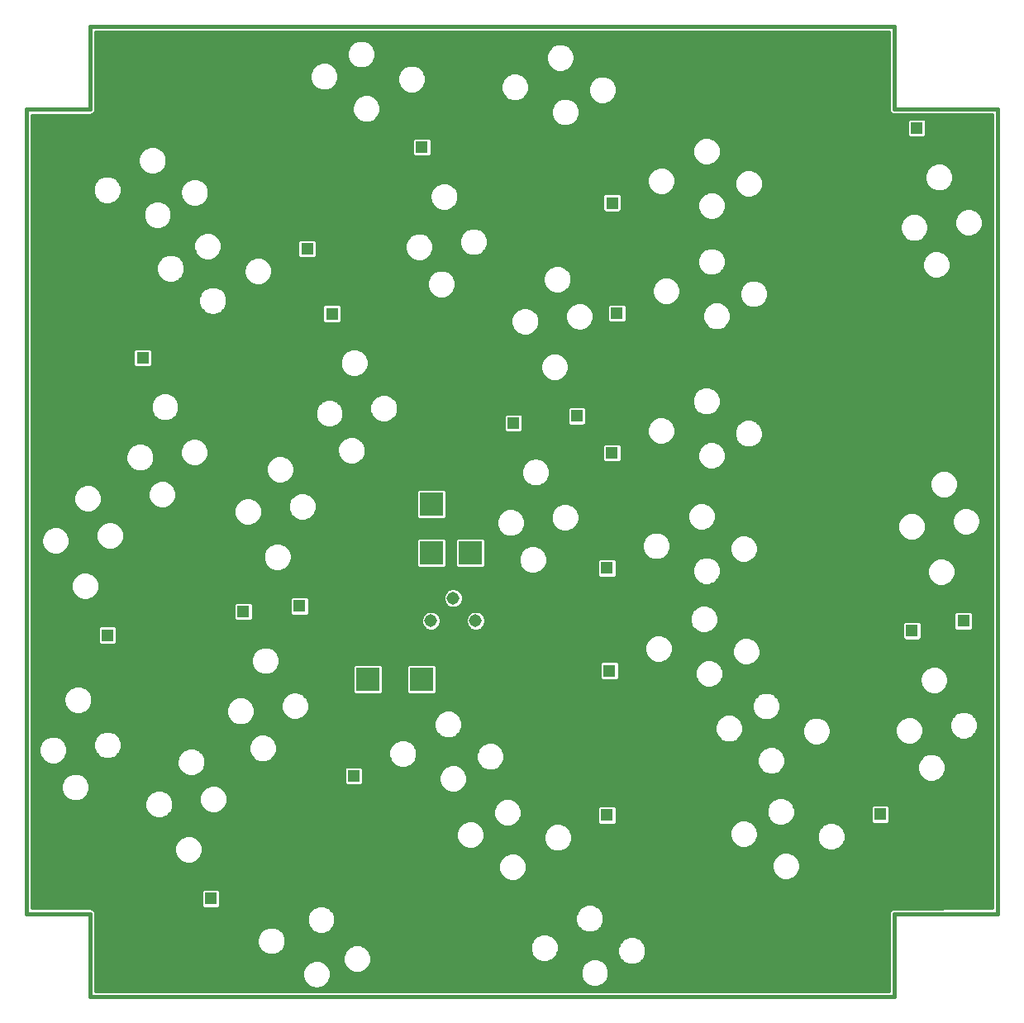
<source format=gbl>
G75*
%MOIN*%
%OFA0B0*%
%FSLAX25Y25*%
%IPPOS*%
%LPD*%
%AMOC8*
5,1,8,0,0,1.08239X$1,22.5*
%
%ADD10R,0.04992X0.04992*%
%ADD11R,0.04992X0.04992*%
%ADD12C,0.05150*%
%ADD13R,0.09449X0.09449*%
%ADD14C,0.16835*%
%ADD15C,0.01600*%
D10*
X0137194Y0106288D03*
X0194792Y0155776D03*
X0150265Y0222115D03*
X0173020Y0224320D03*
X0095461Y0212587D03*
X0074674Y0206367D03*
X0109713Y0324477D03*
X0075540Y0383217D03*
X0176091Y0368414D03*
X0186091Y0342194D03*
X0222312Y0409359D03*
X0239989Y0424674D03*
X0238020Y0445855D03*
X0299044Y0386879D03*
X0301013Y0342391D03*
X0284831Y0301013D03*
X0298965Y0286091D03*
X0259202Y0298139D03*
X0296997Y0239635D03*
X0297981Y0198178D03*
X0296997Y0139950D03*
X0251879Y0077430D03*
X0401328Y0182863D03*
X0419950Y0214320D03*
X0440737Y0218335D03*
X0407233Y0140343D03*
X0421918Y0417154D03*
D11*
G36*
X0143416Y0085896D02*
X0142549Y0080981D01*
X0137634Y0081848D01*
X0138501Y0086763D01*
X0143416Y0085896D01*
G37*
D12*
X0234989Y0209383D03*
X0225961Y0218414D03*
X0234989Y0227446D03*
X0244017Y0218414D03*
D13*
X0222272Y0194713D03*
X0200619Y0194713D03*
X0200619Y0230146D03*
X0226209Y0245894D03*
X0241957Y0245894D03*
X0226209Y0265580D03*
D14*
X0116761Y0442745D03*
X0384477Y0442745D03*
X0384477Y0082509D03*
X0116761Y0082509D03*
D15*
X0088414Y0066761D02*
X0412824Y0066721D01*
X0412824Y0100186D01*
X0454556Y0100225D01*
X0454556Y0424674D01*
X0412824Y0424674D01*
X0412824Y0458060D01*
X0088414Y0458060D01*
X0088414Y0424635D01*
X0062824Y0424635D01*
X0062824Y0100225D01*
X0088414Y0100225D01*
X0088414Y0066761D01*
X0090814Y0069160D02*
X0090814Y0100703D01*
X0090449Y0101585D01*
X0089774Y0102260D01*
X0088892Y0102625D01*
X0065224Y0102625D01*
X0065224Y0422235D01*
X0088892Y0422235D01*
X0089774Y0422600D01*
X0090449Y0423275D01*
X0090814Y0424157D01*
X0090814Y0425112D01*
X0090814Y0455660D01*
X0410424Y0455660D01*
X0410424Y0424197D01*
X0410789Y0423315D01*
X0411464Y0422639D01*
X0412346Y0422274D01*
X0452156Y0422274D01*
X0452156Y0102623D01*
X0412826Y0102586D01*
X0412346Y0102586D01*
X0412345Y0102585D01*
X0412344Y0102585D01*
X0411904Y0102403D01*
X0411464Y0102220D01*
X0411463Y0102220D01*
X0411462Y0102219D01*
X0411125Y0101881D01*
X0410789Y0101545D01*
X0410789Y0101544D01*
X0410788Y0101543D01*
X0410605Y0101101D01*
X0410424Y0100663D01*
X0410424Y0100662D01*
X0410423Y0100661D01*
X0410424Y0100183D01*
X0410424Y0069122D01*
X0090814Y0069160D01*
X0090814Y0069958D02*
X0178488Y0069958D01*
X0178698Y0069871D02*
X0181077Y0069871D01*
X0183276Y0070781D01*
X0184958Y0072464D01*
X0185869Y0074662D01*
X0185869Y0077042D01*
X0184958Y0079240D01*
X0183276Y0080922D01*
X0181077Y0081833D01*
X0178698Y0081833D01*
X0176500Y0080922D01*
X0174817Y0079240D01*
X0173906Y0077042D01*
X0173906Y0074662D01*
X0174817Y0072464D01*
X0176500Y0070781D01*
X0178698Y0069871D01*
X0181287Y0069958D02*
X0410424Y0069958D01*
X0410424Y0071556D02*
X0295684Y0071556D01*
X0295424Y0071296D02*
X0297107Y0072979D01*
X0298017Y0075177D01*
X0298017Y0077557D01*
X0297107Y0079755D01*
X0295424Y0081437D01*
X0293226Y0082348D01*
X0290846Y0082348D01*
X0288648Y0081437D01*
X0286966Y0079755D01*
X0286055Y0077557D01*
X0286055Y0075177D01*
X0286966Y0072979D01*
X0288648Y0071296D01*
X0290846Y0070386D01*
X0293226Y0070386D01*
X0295424Y0071296D01*
X0297180Y0073155D02*
X0410424Y0073155D01*
X0410424Y0074753D02*
X0297842Y0074753D01*
X0298017Y0076352D02*
X0410424Y0076352D01*
X0410424Y0077950D02*
X0297854Y0077950D01*
X0297192Y0079549D02*
X0305262Y0079549D01*
X0305807Y0079323D02*
X0308187Y0079323D01*
X0310385Y0080233D01*
X0312067Y0081916D01*
X0312978Y0084114D01*
X0312978Y0086494D01*
X0312067Y0088692D01*
X0310385Y0090374D01*
X0308187Y0091285D01*
X0305807Y0091285D01*
X0303609Y0090374D01*
X0301926Y0088692D01*
X0301016Y0086494D01*
X0301016Y0084114D01*
X0301926Y0081916D01*
X0303609Y0080233D01*
X0305807Y0079323D01*
X0308732Y0079549D02*
X0410424Y0079549D01*
X0410424Y0081147D02*
X0311299Y0081147D01*
X0312411Y0082746D02*
X0410424Y0082746D01*
X0410424Y0084344D02*
X0312978Y0084344D01*
X0312978Y0085943D02*
X0410424Y0085943D01*
X0410424Y0087541D02*
X0312544Y0087541D01*
X0311620Y0089140D02*
X0410424Y0089140D01*
X0410424Y0090738D02*
X0309506Y0090738D01*
X0304487Y0090738D02*
X0275848Y0090738D01*
X0275109Y0091477D02*
X0272911Y0092387D01*
X0270532Y0092387D01*
X0268333Y0091477D01*
X0266651Y0089794D01*
X0265740Y0087596D01*
X0265740Y0085217D01*
X0266651Y0083018D01*
X0268333Y0081336D01*
X0270532Y0080425D01*
X0272911Y0080425D01*
X0275109Y0081336D01*
X0276792Y0083018D01*
X0277702Y0085217D01*
X0277702Y0087596D01*
X0276792Y0089794D01*
X0275109Y0091477D01*
X0273033Y0092337D02*
X0288746Y0092337D01*
X0288799Y0092315D02*
X0291179Y0092315D01*
X0293377Y0093226D01*
X0295059Y0094908D01*
X0295970Y0097106D01*
X0295970Y0099486D01*
X0295059Y0101684D01*
X0293377Y0103367D01*
X0291179Y0104277D01*
X0288799Y0104277D01*
X0286601Y0103367D01*
X0284918Y0101684D01*
X0284008Y0099486D01*
X0284008Y0097106D01*
X0284918Y0094908D01*
X0286601Y0093226D01*
X0288799Y0092315D01*
X0291231Y0092337D02*
X0410424Y0092337D01*
X0410424Y0093935D02*
X0294087Y0093935D01*
X0295319Y0095534D02*
X0410424Y0095534D01*
X0410424Y0097132D02*
X0295970Y0097132D01*
X0295970Y0098731D02*
X0410424Y0098731D01*
X0410423Y0100329D02*
X0295621Y0100329D01*
X0294816Y0101928D02*
X0411171Y0101928D01*
X0390779Y0126296D02*
X0392461Y0127979D01*
X0393372Y0130177D01*
X0393372Y0132557D01*
X0392461Y0134755D01*
X0390779Y0136437D01*
X0388580Y0137348D01*
X0386201Y0137348D01*
X0384003Y0136437D01*
X0382320Y0134755D01*
X0381409Y0132557D01*
X0381409Y0130177D01*
X0382320Y0127979D01*
X0384003Y0126296D01*
X0386201Y0125386D01*
X0388580Y0125386D01*
X0390779Y0126296D01*
X0389835Y0125906D02*
X0452156Y0125906D01*
X0452156Y0127504D02*
X0391986Y0127504D01*
X0392927Y0129103D02*
X0452156Y0129103D01*
X0452156Y0130701D02*
X0393372Y0130701D01*
X0393372Y0132300D02*
X0452156Y0132300D01*
X0452156Y0133898D02*
X0392816Y0133898D01*
X0391719Y0135497D02*
X0452156Y0135497D01*
X0452156Y0137095D02*
X0411240Y0137095D01*
X0411329Y0137184D02*
X0411329Y0143502D01*
X0410392Y0144439D01*
X0404074Y0144439D01*
X0403137Y0143502D01*
X0403137Y0137184D01*
X0404074Y0136247D01*
X0410392Y0136247D01*
X0411329Y0137184D01*
X0411329Y0138694D02*
X0452156Y0138694D01*
X0452156Y0140292D02*
X0411329Y0140292D01*
X0411329Y0141891D02*
X0452156Y0141891D01*
X0452156Y0143489D02*
X0411329Y0143489D01*
X0403137Y0143489D02*
X0372687Y0143489D01*
X0373057Y0142596D02*
X0372146Y0144794D01*
X0370464Y0146477D01*
X0368265Y0147387D01*
X0365886Y0147387D01*
X0363688Y0146477D01*
X0362005Y0144794D01*
X0361094Y0142596D01*
X0361094Y0140217D01*
X0362005Y0138018D01*
X0363688Y0136336D01*
X0365886Y0135425D01*
X0368265Y0135425D01*
X0370464Y0136336D01*
X0372146Y0138018D01*
X0373057Y0140217D01*
X0373057Y0142596D01*
X0373057Y0141891D02*
X0403137Y0141891D01*
X0403137Y0140292D02*
X0373057Y0140292D01*
X0372426Y0138694D02*
X0403137Y0138694D01*
X0403226Y0137095D02*
X0389191Y0137095D01*
X0385590Y0137095D02*
X0371223Y0137095D01*
X0368438Y0135497D02*
X0383062Y0135497D01*
X0381965Y0133898D02*
X0357997Y0133898D01*
X0358096Y0133659D02*
X0357185Y0135857D01*
X0355503Y0137540D01*
X0353305Y0138450D01*
X0350925Y0138450D01*
X0348727Y0137540D01*
X0347044Y0135857D01*
X0346134Y0133659D01*
X0346134Y0131280D01*
X0347044Y0129081D01*
X0348727Y0127399D01*
X0350925Y0126488D01*
X0353305Y0126488D01*
X0355503Y0127399D01*
X0357185Y0129081D01*
X0358096Y0131280D01*
X0358096Y0133659D01*
X0358096Y0132300D02*
X0381409Y0132300D01*
X0381409Y0130701D02*
X0357856Y0130701D01*
X0357194Y0129103D02*
X0381855Y0129103D01*
X0382795Y0127504D02*
X0355608Y0127504D01*
X0348622Y0127504D02*
X0282144Y0127504D01*
X0282225Y0127585D02*
X0283135Y0129784D01*
X0283135Y0132163D01*
X0282225Y0134361D01*
X0280542Y0136044D01*
X0278344Y0136954D01*
X0275965Y0136954D01*
X0273766Y0136044D01*
X0272084Y0134361D01*
X0271173Y0132163D01*
X0271173Y0129784D01*
X0272084Y0127585D01*
X0273766Y0125903D01*
X0275965Y0124992D01*
X0278344Y0124992D01*
X0280542Y0125903D01*
X0282225Y0127585D01*
X0282853Y0129103D02*
X0347036Y0129103D01*
X0346373Y0130701D02*
X0283135Y0130701D01*
X0283079Y0132300D02*
X0346134Y0132300D01*
X0346233Y0133898D02*
X0282417Y0133898D01*
X0281089Y0135497D02*
X0346895Y0135497D01*
X0348282Y0137095D02*
X0301093Y0137095D01*
X0301093Y0136791D02*
X0301093Y0143108D01*
X0300156Y0144046D01*
X0293838Y0144046D01*
X0292901Y0143108D01*
X0292901Y0136791D01*
X0293838Y0135854D01*
X0300156Y0135854D01*
X0301093Y0136791D01*
X0301093Y0138694D02*
X0361725Y0138694D01*
X0361094Y0140292D02*
X0301093Y0140292D01*
X0301093Y0141891D02*
X0361094Y0141891D01*
X0361464Y0143489D02*
X0300712Y0143489D01*
X0293282Y0143489D02*
X0262287Y0143489D01*
X0261910Y0144401D02*
X0260227Y0146083D01*
X0258029Y0146994D01*
X0255650Y0146994D01*
X0253451Y0146083D01*
X0251769Y0144401D01*
X0250858Y0142202D01*
X0250858Y0139823D01*
X0251769Y0137625D01*
X0253451Y0135942D01*
X0255650Y0135031D01*
X0258029Y0135031D01*
X0260227Y0135942D01*
X0261910Y0137625D01*
X0262820Y0139823D01*
X0262820Y0142202D01*
X0261910Y0144401D01*
X0261223Y0145088D02*
X0362298Y0145088D01*
X0364193Y0146686D02*
X0258771Y0146686D01*
X0254907Y0146686D02*
X0144238Y0146686D01*
X0144238Y0147635D02*
X0143327Y0149834D01*
X0141645Y0151516D01*
X0139446Y0152427D01*
X0137067Y0152427D01*
X0134869Y0151516D01*
X0133186Y0149834D01*
X0132276Y0147635D01*
X0132276Y0145256D01*
X0133186Y0143058D01*
X0134869Y0141375D01*
X0137067Y0140465D01*
X0139446Y0140465D01*
X0141645Y0141375D01*
X0143327Y0143058D01*
X0144238Y0145256D01*
X0144238Y0147635D01*
X0143969Y0148285D02*
X0452156Y0148285D01*
X0452156Y0149883D02*
X0238578Y0149883D01*
X0238338Y0149643D02*
X0240020Y0151325D01*
X0240931Y0153524D01*
X0240931Y0155903D01*
X0240020Y0158101D01*
X0238338Y0159784D01*
X0236139Y0160694D01*
X0233760Y0160694D01*
X0231562Y0159784D01*
X0229879Y0158101D01*
X0228969Y0155903D01*
X0228969Y0153524D01*
X0229879Y0151325D01*
X0231562Y0149643D01*
X0233760Y0148732D01*
X0236139Y0148732D01*
X0238338Y0149643D01*
X0240085Y0151482D02*
X0452156Y0151482D01*
X0452156Y0153080D02*
X0240747Y0153080D01*
X0240931Y0154679D02*
X0423888Y0154679D01*
X0424436Y0154131D02*
X0426634Y0153220D01*
X0429013Y0153220D01*
X0431212Y0154131D01*
X0432894Y0155814D01*
X0433805Y0158012D01*
X0433805Y0160391D01*
X0432894Y0162590D01*
X0431212Y0164272D01*
X0429013Y0165183D01*
X0426634Y0165183D01*
X0424436Y0164272D01*
X0422753Y0162590D01*
X0421843Y0160391D01*
X0421843Y0158012D01*
X0422753Y0155814D01*
X0424436Y0154131D01*
X0422561Y0156277D02*
X0365038Y0156277D01*
X0364407Y0156016D02*
X0366605Y0156926D01*
X0368288Y0158609D01*
X0369198Y0160807D01*
X0369198Y0163187D01*
X0368288Y0165385D01*
X0366605Y0167067D01*
X0364407Y0167978D01*
X0362028Y0167978D01*
X0359829Y0167067D01*
X0358147Y0165385D01*
X0357236Y0163187D01*
X0357236Y0160807D01*
X0358147Y0158609D01*
X0359829Y0156926D01*
X0362028Y0156016D01*
X0364407Y0156016D01*
X0361396Y0156277D02*
X0240776Y0156277D01*
X0240114Y0157876D02*
X0248222Y0157876D01*
X0248721Y0157669D02*
X0251100Y0157669D01*
X0253298Y0158580D01*
X0254981Y0160262D01*
X0255891Y0162461D01*
X0255891Y0164840D01*
X0254981Y0167038D01*
X0253298Y0168721D01*
X0251100Y0169631D01*
X0248721Y0169631D01*
X0246522Y0168721D01*
X0244840Y0167038D01*
X0243929Y0164840D01*
X0243929Y0162461D01*
X0244840Y0160262D01*
X0246522Y0158580D01*
X0248721Y0157669D01*
X0251598Y0157876D02*
X0358880Y0157876D01*
X0357788Y0159474D02*
X0254193Y0159474D01*
X0255316Y0161073D02*
X0357236Y0161073D01*
X0357236Y0162671D02*
X0255891Y0162671D01*
X0255891Y0164270D02*
X0357685Y0164270D01*
X0358630Y0165868D02*
X0255465Y0165868D01*
X0254552Y0167467D02*
X0360794Y0167467D01*
X0365641Y0167467D02*
X0452156Y0167467D01*
X0452156Y0169065D02*
X0422211Y0169065D01*
X0422275Y0169092D02*
X0423957Y0170774D01*
X0424868Y0172972D01*
X0424868Y0175352D01*
X0423957Y0177550D01*
X0422275Y0179233D01*
X0420076Y0180143D01*
X0417697Y0180143D01*
X0415499Y0179233D01*
X0413816Y0177550D01*
X0412906Y0175352D01*
X0412906Y0172972D01*
X0413816Y0170774D01*
X0415499Y0169092D01*
X0417697Y0168181D01*
X0420076Y0168181D01*
X0422275Y0169092D01*
X0423847Y0170664D02*
X0438575Y0170664D01*
X0439626Y0170228D02*
X0442005Y0170228D01*
X0444204Y0171139D01*
X0445886Y0172821D01*
X0446797Y0175020D01*
X0446797Y0177399D01*
X0445886Y0179597D01*
X0444204Y0181280D01*
X0442005Y0182191D01*
X0439626Y0182191D01*
X0437428Y0181280D01*
X0435745Y0179597D01*
X0434835Y0177399D01*
X0434835Y0175020D01*
X0435745Y0172821D01*
X0437428Y0171139D01*
X0439626Y0170228D01*
X0443057Y0170664D02*
X0452156Y0170664D01*
X0452156Y0172262D02*
X0445327Y0172262D01*
X0446317Y0173861D02*
X0452156Y0173861D01*
X0452156Y0175459D02*
X0446797Y0175459D01*
X0446797Y0177058D02*
X0452156Y0177058D01*
X0452156Y0178656D02*
X0446276Y0178656D01*
X0445229Y0180255D02*
X0452156Y0180255D01*
X0452156Y0181853D02*
X0442819Y0181853D01*
X0438812Y0181853D02*
X0366785Y0181853D01*
X0367151Y0182736D02*
X0366241Y0180538D01*
X0364558Y0178855D01*
X0362360Y0177945D01*
X0359980Y0177945D01*
X0357782Y0178855D01*
X0356100Y0180538D01*
X0355189Y0182736D01*
X0355189Y0185116D01*
X0356100Y0187314D01*
X0357782Y0188997D01*
X0359980Y0189907D01*
X0362360Y0189907D01*
X0364558Y0188997D01*
X0366241Y0187314D01*
X0367151Y0185116D01*
X0367151Y0182736D01*
X0367151Y0183452D02*
X0452156Y0183452D01*
X0452156Y0185050D02*
X0367151Y0185050D01*
X0366516Y0186649D02*
X0452156Y0186649D01*
X0452156Y0188247D02*
X0365307Y0188247D01*
X0362507Y0189846D02*
X0425099Y0189846D01*
X0425538Y0189407D02*
X0427736Y0188496D01*
X0430116Y0188496D01*
X0432314Y0189407D01*
X0433997Y0191089D01*
X0434907Y0193287D01*
X0434907Y0195667D01*
X0433997Y0197865D01*
X0432314Y0199548D01*
X0430116Y0200458D01*
X0427736Y0200458D01*
X0425538Y0199548D01*
X0423855Y0197865D01*
X0422945Y0195667D01*
X0422945Y0193287D01*
X0423855Y0191089D01*
X0425538Y0189407D01*
X0423708Y0191445D02*
X0340078Y0191445D01*
X0339328Y0191134D02*
X0341527Y0192044D01*
X0343209Y0193727D01*
X0344120Y0195925D01*
X0344120Y0198305D01*
X0343209Y0200503D01*
X0341527Y0202185D01*
X0339328Y0203096D01*
X0336949Y0203096D01*
X0334751Y0202185D01*
X0333068Y0200503D01*
X0332157Y0198305D01*
X0332157Y0195925D01*
X0333068Y0193727D01*
X0334751Y0192044D01*
X0336949Y0191134D01*
X0339328Y0191134D01*
X0336199Y0191445D02*
X0228597Y0191445D01*
X0228597Y0193043D02*
X0333752Y0193043D01*
X0332689Y0194642D02*
X0301700Y0194642D01*
X0302077Y0195019D02*
X0302077Y0201337D01*
X0301140Y0202274D01*
X0294822Y0202274D01*
X0293885Y0201337D01*
X0293885Y0195019D01*
X0294822Y0194082D01*
X0301140Y0194082D01*
X0302077Y0195019D01*
X0302077Y0196240D02*
X0332157Y0196240D01*
X0332157Y0197839D02*
X0302077Y0197839D01*
X0302077Y0199437D02*
X0332627Y0199437D01*
X0333601Y0201036D02*
X0302077Y0201036D01*
X0293885Y0201036D02*
X0227662Y0201036D01*
X0227660Y0201038D02*
X0216885Y0201038D01*
X0215948Y0200101D01*
X0215948Y0189326D01*
X0216885Y0188389D01*
X0227660Y0188389D01*
X0228597Y0189326D01*
X0228597Y0200101D01*
X0227660Y0201038D01*
X0228597Y0199437D02*
X0293885Y0199437D01*
X0293885Y0197839D02*
X0228597Y0197839D01*
X0228597Y0196240D02*
X0293885Y0196240D01*
X0294263Y0194642D02*
X0228597Y0194642D01*
X0228597Y0189846D02*
X0359833Y0189846D01*
X0357033Y0188247D02*
X0175346Y0188247D01*
X0174519Y0189075D02*
X0176201Y0187393D01*
X0177112Y0185194D01*
X0177112Y0182815D01*
X0176201Y0180617D01*
X0174519Y0178934D01*
X0172320Y0178024D01*
X0169941Y0178024D01*
X0167743Y0178934D01*
X0166060Y0180617D01*
X0165150Y0182815D01*
X0165150Y0185194D01*
X0166060Y0187393D01*
X0167743Y0189075D01*
X0169941Y0189986D01*
X0172320Y0189986D01*
X0174519Y0189075D01*
X0172658Y0189846D02*
X0194294Y0189846D01*
X0194294Y0189326D02*
X0195232Y0188389D01*
X0206006Y0188389D01*
X0206943Y0189326D01*
X0206943Y0200101D01*
X0206006Y0201038D01*
X0195232Y0201038D01*
X0194294Y0200101D01*
X0194294Y0189326D01*
X0194294Y0191445D02*
X0087189Y0191445D01*
X0087038Y0191595D02*
X0084840Y0192505D01*
X0082461Y0192505D01*
X0080262Y0191595D01*
X0078580Y0189912D01*
X0077669Y0187714D01*
X0077669Y0185335D01*
X0078580Y0183136D01*
X0080262Y0181454D01*
X0082461Y0180543D01*
X0084840Y0180543D01*
X0087038Y0181454D01*
X0088721Y0183136D01*
X0089631Y0185335D01*
X0089631Y0187714D01*
X0088721Y0189912D01*
X0087038Y0191595D01*
X0088748Y0189846D02*
X0169603Y0189846D01*
X0166915Y0188247D02*
X0089411Y0188247D01*
X0089631Y0186649D02*
X0145435Y0186649D01*
X0145814Y0187028D02*
X0144131Y0185345D01*
X0143220Y0183147D01*
X0143220Y0180768D01*
X0144131Y0178569D01*
X0145814Y0176887D01*
X0148012Y0175976D01*
X0150391Y0175976D01*
X0152590Y0176887D01*
X0154272Y0178569D01*
X0155183Y0180768D01*
X0155183Y0183147D01*
X0154272Y0185345D01*
X0152590Y0187028D01*
X0150391Y0187939D01*
X0148012Y0187939D01*
X0145814Y0187028D01*
X0144009Y0185050D02*
X0089514Y0185050D01*
X0088852Y0183452D02*
X0143347Y0183452D01*
X0143220Y0181853D02*
X0087438Y0181853D01*
X0079863Y0181853D02*
X0065224Y0181853D01*
X0065224Y0180255D02*
X0143433Y0180255D01*
X0144095Y0178656D02*
X0065224Y0178656D01*
X0065224Y0177058D02*
X0145643Y0177058D01*
X0152761Y0177058D02*
X0226921Y0177058D01*
X0226921Y0177832D02*
X0226921Y0175453D01*
X0227832Y0173254D01*
X0229514Y0171572D01*
X0231713Y0170661D01*
X0234092Y0170661D01*
X0236290Y0171572D01*
X0237973Y0173254D01*
X0238883Y0175453D01*
X0238883Y0177832D01*
X0237973Y0180031D01*
X0236290Y0181713D01*
X0234092Y0182624D01*
X0231713Y0182624D01*
X0229514Y0181713D01*
X0227832Y0180031D01*
X0226921Y0177832D01*
X0227263Y0178656D02*
X0173848Y0178656D01*
X0175839Y0180255D02*
X0228056Y0180255D01*
X0229853Y0181853D02*
X0176714Y0181853D01*
X0177112Y0183452D02*
X0355189Y0183452D01*
X0355189Y0185050D02*
X0177112Y0185050D01*
X0176509Y0186649D02*
X0355824Y0186649D01*
X0355555Y0181853D02*
X0235951Y0181853D01*
X0237748Y0180255D02*
X0343293Y0180255D01*
X0342821Y0180059D02*
X0341139Y0178377D01*
X0340228Y0176179D01*
X0340228Y0173799D01*
X0341139Y0171601D01*
X0342821Y0169918D01*
X0345020Y0169008D01*
X0347399Y0169008D01*
X0349597Y0169918D01*
X0351280Y0171601D01*
X0352191Y0173799D01*
X0352191Y0176179D01*
X0351280Y0178377D01*
X0349597Y0180059D01*
X0347399Y0180970D01*
X0345020Y0180970D01*
X0342821Y0180059D01*
X0341418Y0178656D02*
X0238542Y0178656D01*
X0238883Y0177058D02*
X0340593Y0177058D01*
X0340228Y0175459D02*
X0238883Y0175459D01*
X0238224Y0173861D02*
X0340228Y0173861D01*
X0340865Y0172262D02*
X0236981Y0172262D01*
X0234098Y0170664D02*
X0342076Y0170664D01*
X0344881Y0169065D02*
X0252467Y0169065D01*
X0247354Y0169065D02*
X0218781Y0169065D01*
X0218023Y0169823D02*
X0219705Y0168141D01*
X0220616Y0165942D01*
X0220616Y0163563D01*
X0219705Y0161365D01*
X0218023Y0159682D01*
X0215824Y0158772D01*
X0213445Y0158772D01*
X0211247Y0159682D01*
X0209564Y0161365D01*
X0208654Y0163563D01*
X0208654Y0165942D01*
X0209564Y0168141D01*
X0211247Y0169823D01*
X0213445Y0170734D01*
X0215824Y0170734D01*
X0218023Y0169823D01*
X0215993Y0170664D02*
X0231707Y0170664D01*
X0228824Y0172262D02*
X0161056Y0172262D01*
X0161527Y0172067D02*
X0159328Y0172978D01*
X0156949Y0172978D01*
X0154751Y0172067D01*
X0153068Y0170385D01*
X0152157Y0168187D01*
X0152157Y0165807D01*
X0153068Y0163609D01*
X0154751Y0161926D01*
X0156949Y0161016D01*
X0159328Y0161016D01*
X0161527Y0161926D01*
X0163209Y0163609D01*
X0164120Y0165807D01*
X0164120Y0168187D01*
X0163209Y0170385D01*
X0161527Y0172067D01*
X0162930Y0170664D02*
X0213276Y0170664D01*
X0210489Y0169065D02*
X0163756Y0169065D01*
X0164120Y0167467D02*
X0209285Y0167467D01*
X0208654Y0165868D02*
X0164120Y0165868D01*
X0163483Y0164270D02*
X0208654Y0164270D01*
X0209023Y0162671D02*
X0162272Y0162671D01*
X0159466Y0161073D02*
X0209856Y0161073D01*
X0211749Y0159474D02*
X0198349Y0159474D01*
X0197951Y0159872D02*
X0198888Y0158935D01*
X0198888Y0152618D01*
X0197951Y0151680D01*
X0191633Y0151680D01*
X0190696Y0152618D01*
X0190696Y0158935D01*
X0191633Y0159872D01*
X0197951Y0159872D01*
X0198888Y0157876D02*
X0229786Y0157876D01*
X0229123Y0156277D02*
X0198888Y0156277D01*
X0198888Y0154679D02*
X0228969Y0154679D01*
X0229152Y0153080D02*
X0198888Y0153080D01*
X0190696Y0153080D02*
X0088263Y0153080D01*
X0088529Y0152439D02*
X0087619Y0154637D01*
X0085936Y0156319D01*
X0083738Y0157230D01*
X0081358Y0157230D01*
X0079160Y0156319D01*
X0077477Y0154637D01*
X0076567Y0152439D01*
X0076567Y0150059D01*
X0077477Y0147861D01*
X0079160Y0146178D01*
X0081358Y0145268D01*
X0083738Y0145268D01*
X0085936Y0146178D01*
X0087619Y0147861D01*
X0088529Y0150059D01*
X0088529Y0152439D01*
X0088529Y0151482D02*
X0134834Y0151482D01*
X0133236Y0149883D02*
X0118715Y0149883D01*
X0119716Y0149469D02*
X0117517Y0150380D01*
X0115138Y0150380D01*
X0112940Y0149469D01*
X0111257Y0147786D01*
X0110346Y0145588D01*
X0110346Y0143209D01*
X0111257Y0141010D01*
X0112940Y0139328D01*
X0115138Y0138417D01*
X0117517Y0138417D01*
X0119716Y0139328D01*
X0121398Y0141010D01*
X0122309Y0143209D01*
X0122309Y0145588D01*
X0121398Y0147786D01*
X0119716Y0149469D01*
X0120900Y0148285D02*
X0132545Y0148285D01*
X0132276Y0146686D02*
X0121854Y0146686D01*
X0122309Y0145088D02*
X0132345Y0145088D01*
X0133007Y0143489D02*
X0122309Y0143489D01*
X0121763Y0141891D02*
X0134353Y0141891D01*
X0142160Y0141891D02*
X0250858Y0141891D01*
X0250858Y0140292D02*
X0120680Y0140292D01*
X0118184Y0138694D02*
X0251326Y0138694D01*
X0252298Y0137095D02*
X0245318Y0137095D01*
X0245267Y0137146D02*
X0243068Y0138057D01*
X0240689Y0138057D01*
X0238491Y0137146D01*
X0236808Y0135464D01*
X0235898Y0133265D01*
X0235898Y0130886D01*
X0236808Y0128688D01*
X0238491Y0127005D01*
X0240689Y0126094D01*
X0243068Y0126094D01*
X0245267Y0127005D01*
X0246949Y0128688D01*
X0247860Y0130886D01*
X0247860Y0133265D01*
X0246949Y0135464D01*
X0245267Y0137146D01*
X0246916Y0135497D02*
X0254527Y0135497D01*
X0259152Y0135497D02*
X0273219Y0135497D01*
X0271892Y0133898D02*
X0247598Y0133898D01*
X0247860Y0132300D02*
X0271230Y0132300D01*
X0271173Y0130701D02*
X0247783Y0130701D01*
X0247121Y0129103D02*
X0271455Y0129103D01*
X0272165Y0127504D02*
X0245766Y0127504D01*
X0237992Y0127504D02*
X0134122Y0127504D01*
X0134198Y0127320D02*
X0133288Y0129519D01*
X0131605Y0131201D01*
X0129407Y0132112D01*
X0127028Y0132112D01*
X0124829Y0131201D01*
X0123147Y0129519D01*
X0122236Y0127320D01*
X0122236Y0124941D01*
X0123147Y0122743D01*
X0124829Y0121060D01*
X0127028Y0120150D01*
X0129407Y0120150D01*
X0131605Y0121060D01*
X0133288Y0122743D01*
X0134198Y0124941D01*
X0134198Y0127320D01*
X0134198Y0125906D02*
X0273763Y0125906D01*
X0263957Y0122471D02*
X0264868Y0120273D01*
X0264868Y0117894D01*
X0263957Y0115695D01*
X0262275Y0114013D01*
X0260076Y0113102D01*
X0257697Y0113102D01*
X0255499Y0114013D01*
X0253816Y0115695D01*
X0252906Y0117894D01*
X0252906Y0120273D01*
X0253816Y0122471D01*
X0255499Y0124154D01*
X0257697Y0125065D01*
X0260076Y0125065D01*
X0262275Y0124154D01*
X0263957Y0122471D01*
X0263720Y0122709D02*
X0363987Y0122709D01*
X0364052Y0122865D02*
X0363142Y0120667D01*
X0363142Y0118287D01*
X0364052Y0116089D01*
X0365735Y0114407D01*
X0367933Y0113496D01*
X0370313Y0113496D01*
X0372511Y0114407D01*
X0374193Y0116089D01*
X0375104Y0118287D01*
X0375104Y0120667D01*
X0374193Y0122865D01*
X0372511Y0124548D01*
X0370313Y0125458D01*
X0367933Y0125458D01*
X0365735Y0124548D01*
X0364052Y0122865D01*
X0363325Y0121110D02*
X0264521Y0121110D01*
X0264868Y0119512D02*
X0363142Y0119512D01*
X0363297Y0117913D02*
X0264868Y0117913D01*
X0264214Y0116314D02*
X0363959Y0116314D01*
X0365425Y0114716D02*
X0262978Y0114716D01*
X0260113Y0113117D02*
X0452156Y0113117D01*
X0452156Y0111519D02*
X0065224Y0111519D01*
X0065224Y0113117D02*
X0257660Y0113117D01*
X0254796Y0114716D02*
X0065224Y0114716D01*
X0065224Y0116314D02*
X0253560Y0116314D01*
X0252906Y0117913D02*
X0065224Y0117913D01*
X0065224Y0119512D02*
X0252906Y0119512D01*
X0253252Y0121110D02*
X0131655Y0121110D01*
X0133254Y0122709D02*
X0254053Y0122709D01*
X0255868Y0124307D02*
X0133936Y0124307D01*
X0133460Y0129103D02*
X0236636Y0129103D01*
X0235974Y0130701D02*
X0132105Y0130701D01*
X0124329Y0130701D02*
X0065224Y0130701D01*
X0065224Y0129103D02*
X0122974Y0129103D01*
X0122312Y0127504D02*
X0065224Y0127504D01*
X0065224Y0125906D02*
X0122236Y0125906D01*
X0122499Y0124307D02*
X0065224Y0124307D01*
X0065224Y0122709D02*
X0123181Y0122709D01*
X0124779Y0121110D02*
X0065224Y0121110D01*
X0065224Y0109920D02*
X0133571Y0109920D01*
X0134035Y0110384D02*
X0133098Y0109447D01*
X0133098Y0103129D01*
X0134035Y0102192D01*
X0140352Y0102192D01*
X0141290Y0103129D01*
X0141290Y0109447D01*
X0140352Y0110384D01*
X0134035Y0110384D01*
X0133098Y0108322D02*
X0065224Y0108322D01*
X0065224Y0106723D02*
X0133098Y0106723D01*
X0133098Y0105125D02*
X0065224Y0105125D01*
X0065224Y0103526D02*
X0133098Y0103526D01*
X0141290Y0103526D02*
X0179867Y0103526D01*
X0180490Y0103784D02*
X0178291Y0102874D01*
X0176609Y0101191D01*
X0175698Y0098993D01*
X0175698Y0096614D01*
X0176609Y0094415D01*
X0178291Y0092733D01*
X0180490Y0091822D01*
X0182869Y0091822D01*
X0185067Y0092733D01*
X0186750Y0094415D01*
X0187660Y0096614D01*
X0187660Y0098993D01*
X0186750Y0101191D01*
X0185067Y0102874D01*
X0182869Y0103784D01*
X0180490Y0103784D01*
X0183492Y0103526D02*
X0286987Y0103526D01*
X0285162Y0101928D02*
X0186013Y0101928D01*
X0187107Y0100329D02*
X0284357Y0100329D01*
X0284008Y0098731D02*
X0187660Y0098731D01*
X0187660Y0097132D02*
X0284008Y0097132D01*
X0284659Y0095534D02*
X0187213Y0095534D01*
X0186270Y0093935D02*
X0285891Y0093935D01*
X0277063Y0089140D02*
X0302374Y0089140D01*
X0301450Y0087541D02*
X0277702Y0087541D01*
X0277702Y0085943D02*
X0301016Y0085943D01*
X0301016Y0084344D02*
X0277341Y0084344D01*
X0276519Y0082746D02*
X0301583Y0082746D01*
X0302695Y0081147D02*
X0295714Y0081147D01*
X0288358Y0081147D02*
X0274654Y0081147D01*
X0268788Y0081147D02*
X0202154Y0081147D01*
X0202154Y0080866D02*
X0201243Y0078667D01*
X0199561Y0076985D01*
X0197363Y0076074D01*
X0194983Y0076074D01*
X0192785Y0076985D01*
X0191102Y0078667D01*
X0190192Y0080866D01*
X0190192Y0083245D01*
X0191102Y0085443D01*
X0192785Y0087126D01*
X0194983Y0088036D01*
X0197363Y0088036D01*
X0199561Y0087126D01*
X0201243Y0085443D01*
X0202154Y0083245D01*
X0202154Y0080866D01*
X0201608Y0079549D02*
X0286880Y0079549D01*
X0286218Y0077950D02*
X0200526Y0077950D01*
X0198033Y0076352D02*
X0286055Y0076352D01*
X0286231Y0074753D02*
X0185869Y0074753D01*
X0185869Y0076352D02*
X0194313Y0076352D01*
X0191819Y0077950D02*
X0185492Y0077950D01*
X0184649Y0079549D02*
X0190737Y0079549D01*
X0190192Y0081147D02*
X0182733Y0081147D01*
X0177042Y0081147D02*
X0090814Y0081147D01*
X0090814Y0079549D02*
X0175126Y0079549D01*
X0174283Y0077950D02*
X0090814Y0077950D01*
X0090814Y0076352D02*
X0173906Y0076352D01*
X0173906Y0074753D02*
X0090814Y0074753D01*
X0090814Y0073155D02*
X0174531Y0073155D01*
X0175725Y0071556D02*
X0090814Y0071556D01*
X0090814Y0082746D02*
X0190192Y0082746D01*
X0190647Y0084344D02*
X0165161Y0084344D01*
X0165013Y0084196D02*
X0166695Y0085878D01*
X0167606Y0088077D01*
X0167606Y0090456D01*
X0166695Y0092654D01*
X0165013Y0094337D01*
X0162814Y0095248D01*
X0160435Y0095248D01*
X0158237Y0094337D01*
X0156554Y0092654D01*
X0155643Y0090456D01*
X0155643Y0088077D01*
X0156554Y0085878D01*
X0158237Y0084196D01*
X0160435Y0083285D01*
X0162814Y0083285D01*
X0165013Y0084196D01*
X0166722Y0085943D02*
X0191602Y0085943D01*
X0193788Y0087541D02*
X0167384Y0087541D01*
X0167606Y0089140D02*
X0266380Y0089140D01*
X0265740Y0087541D02*
X0198558Y0087541D01*
X0200744Y0085943D02*
X0265740Y0085943D01*
X0266101Y0084344D02*
X0201699Y0084344D01*
X0202154Y0082746D02*
X0266923Y0082746D01*
X0267595Y0090738D02*
X0167489Y0090738D01*
X0166827Y0092337D02*
X0179248Y0092337D01*
X0177089Y0093935D02*
X0165414Y0093935D01*
X0157835Y0093935D02*
X0090814Y0093935D01*
X0090814Y0092337D02*
X0156422Y0092337D01*
X0155760Y0090738D02*
X0090814Y0090738D01*
X0090814Y0089140D02*
X0155643Y0089140D01*
X0155865Y0087541D02*
X0090814Y0087541D01*
X0090814Y0085943D02*
X0156527Y0085943D01*
X0158088Y0084344D02*
X0090814Y0084344D01*
X0090814Y0095534D02*
X0176146Y0095534D01*
X0175698Y0097132D02*
X0090814Y0097132D01*
X0090814Y0098731D02*
X0175698Y0098731D01*
X0176252Y0100329D02*
X0090814Y0100329D01*
X0090106Y0101928D02*
X0177345Y0101928D01*
X0184111Y0092337D02*
X0270409Y0092337D01*
X0292991Y0103526D02*
X0452156Y0103526D01*
X0452156Y0105125D02*
X0141290Y0105125D01*
X0141290Y0106723D02*
X0452156Y0106723D01*
X0452156Y0108322D02*
X0141290Y0108322D01*
X0140816Y0109920D02*
X0452156Y0109920D01*
X0452156Y0114716D02*
X0372820Y0114716D01*
X0374287Y0116314D02*
X0452156Y0116314D01*
X0452156Y0117913D02*
X0374949Y0117913D01*
X0375104Y0119512D02*
X0452156Y0119512D01*
X0452156Y0121110D02*
X0374920Y0121110D01*
X0374258Y0122709D02*
X0452156Y0122709D01*
X0452156Y0124307D02*
X0372752Y0124307D01*
X0365494Y0124307D02*
X0261905Y0124307D01*
X0261380Y0137095D02*
X0292901Y0137095D01*
X0292901Y0138694D02*
X0262353Y0138694D01*
X0262820Y0140292D02*
X0292901Y0140292D01*
X0292901Y0141891D02*
X0262820Y0141891D01*
X0252456Y0145088D02*
X0144168Y0145088D01*
X0143506Y0143489D02*
X0251391Y0143489D01*
X0238440Y0137095D02*
X0065224Y0137095D01*
X0065224Y0135497D02*
X0236841Y0135497D01*
X0236160Y0133898D02*
X0065224Y0133898D01*
X0065224Y0132300D02*
X0235898Y0132300D01*
X0231321Y0149883D02*
X0143278Y0149883D01*
X0141679Y0151482D02*
X0229814Y0151482D01*
X0231252Y0159474D02*
X0217521Y0159474D01*
X0219413Y0161073D02*
X0244504Y0161073D01*
X0243929Y0162671D02*
X0220246Y0162671D01*
X0220616Y0164270D02*
X0243929Y0164270D01*
X0244355Y0165868D02*
X0220616Y0165868D01*
X0219984Y0167467D02*
X0245268Y0167467D01*
X0245628Y0159474D02*
X0238647Y0159474D01*
X0227581Y0173861D02*
X0097640Y0173861D01*
X0096730Y0174238D02*
X0094350Y0174238D01*
X0092152Y0173327D01*
X0090470Y0171645D01*
X0089559Y0169446D01*
X0089559Y0167067D01*
X0090470Y0164869D01*
X0092152Y0163186D01*
X0094350Y0162276D01*
X0096730Y0162276D01*
X0098928Y0163186D01*
X0100611Y0164869D01*
X0101521Y0167067D01*
X0101521Y0169446D01*
X0100611Y0171645D01*
X0098928Y0173327D01*
X0096730Y0174238D01*
X0093441Y0173861D02*
X0065224Y0173861D01*
X0065224Y0175459D02*
X0226921Y0175459D01*
X0215948Y0189846D02*
X0206943Y0189846D01*
X0206943Y0191445D02*
X0215948Y0191445D01*
X0215948Y0193043D02*
X0206943Y0193043D01*
X0206943Y0194642D02*
X0215948Y0194642D01*
X0215948Y0196240D02*
X0206943Y0196240D01*
X0206943Y0197839D02*
X0215948Y0197839D01*
X0215948Y0199437D02*
X0206943Y0199437D01*
X0206008Y0201036D02*
X0216883Y0201036D01*
X0223597Y0214875D02*
X0225131Y0214239D01*
X0226792Y0214239D01*
X0228326Y0214875D01*
X0229501Y0216049D01*
X0230136Y0217584D01*
X0230136Y0219245D01*
X0229501Y0220779D01*
X0228326Y0221953D01*
X0226792Y0222589D01*
X0225131Y0222589D01*
X0223597Y0221953D01*
X0222422Y0220779D01*
X0221787Y0219245D01*
X0221787Y0217584D01*
X0222422Y0216049D01*
X0223597Y0214875D01*
X0223049Y0215422D02*
X0099557Y0215422D01*
X0099557Y0215746D02*
X0098620Y0216683D01*
X0092303Y0216683D01*
X0091365Y0215746D01*
X0091365Y0209429D01*
X0092303Y0208491D01*
X0098620Y0208491D01*
X0099557Y0209429D01*
X0099557Y0215746D01*
X0099557Y0213824D02*
X0333065Y0213824D01*
X0332703Y0213974D02*
X0334902Y0213063D01*
X0337281Y0213063D01*
X0339479Y0213974D01*
X0341162Y0215656D01*
X0342072Y0217854D01*
X0342072Y0220234D01*
X0341162Y0222432D01*
X0339479Y0224115D01*
X0337281Y0225025D01*
X0334902Y0225025D01*
X0332703Y0224115D01*
X0331021Y0222432D01*
X0330110Y0220234D01*
X0330110Y0217854D01*
X0331021Y0215656D01*
X0332703Y0213974D01*
X0331255Y0215422D02*
X0246929Y0215422D01*
X0246381Y0214875D02*
X0247556Y0216049D01*
X0248191Y0217584D01*
X0248191Y0219245D01*
X0247556Y0220779D01*
X0246381Y0221953D01*
X0244847Y0222589D01*
X0243186Y0222589D01*
X0241652Y0221953D01*
X0240477Y0220779D01*
X0239842Y0219245D01*
X0239842Y0217584D01*
X0240477Y0216049D01*
X0241652Y0214875D01*
X0243186Y0214239D01*
X0244847Y0214239D01*
X0246381Y0214875D01*
X0247958Y0217021D02*
X0330456Y0217021D01*
X0330110Y0218619D02*
X0248191Y0218619D01*
X0247788Y0220218D02*
X0330110Y0220218D01*
X0330766Y0221816D02*
X0246519Y0221816D01*
X0241515Y0221816D02*
X0228463Y0221816D01*
X0229733Y0220218D02*
X0240245Y0220218D01*
X0239842Y0218619D02*
X0230136Y0218619D01*
X0229903Y0217021D02*
X0240075Y0217021D01*
X0241104Y0215422D02*
X0228873Y0215422D01*
X0222020Y0217021D02*
X0065224Y0217021D01*
X0065224Y0218619D02*
X0146505Y0218619D01*
X0146169Y0218956D02*
X0147106Y0218019D01*
X0153423Y0218019D01*
X0154361Y0218956D01*
X0154361Y0225274D01*
X0153423Y0226211D01*
X0147106Y0226211D01*
X0146169Y0225274D01*
X0146169Y0218956D01*
X0146169Y0220218D02*
X0065224Y0220218D01*
X0065224Y0221816D02*
X0146169Y0221816D01*
X0146169Y0223415D02*
X0065224Y0223415D01*
X0065224Y0225013D02*
X0146169Y0225013D01*
X0154361Y0225013D02*
X0168924Y0225013D01*
X0168924Y0223415D02*
X0154361Y0223415D01*
X0154361Y0221816D02*
X0168924Y0221816D01*
X0168924Y0221161D02*
X0169862Y0220224D01*
X0176179Y0220224D01*
X0177117Y0221161D01*
X0177117Y0227478D01*
X0176179Y0228416D01*
X0169862Y0228416D01*
X0168924Y0227478D01*
X0168924Y0221161D01*
X0168924Y0226612D02*
X0088068Y0226612D01*
X0087675Y0226449D02*
X0089873Y0227359D01*
X0091556Y0229042D01*
X0092466Y0231240D01*
X0092466Y0233620D01*
X0091556Y0235818D01*
X0089873Y0237500D01*
X0087675Y0238411D01*
X0085295Y0238411D01*
X0083097Y0237500D01*
X0081415Y0235818D01*
X0080504Y0233620D01*
X0080504Y0231240D01*
X0081415Y0229042D01*
X0083097Y0227359D01*
X0085295Y0226449D01*
X0087675Y0226449D01*
X0084902Y0226612D02*
X0065224Y0226612D01*
X0065224Y0228210D02*
X0082246Y0228210D01*
X0081097Y0229809D02*
X0065224Y0229809D01*
X0065224Y0231407D02*
X0080504Y0231407D01*
X0080504Y0233006D02*
X0065224Y0233006D01*
X0065224Y0234604D02*
X0080912Y0234604D01*
X0081799Y0236203D02*
X0065224Y0236203D01*
X0065224Y0237801D02*
X0083823Y0237801D01*
X0089147Y0237801D02*
X0264046Y0237801D01*
X0263688Y0237950D02*
X0265886Y0237039D01*
X0268265Y0237039D01*
X0270464Y0237950D01*
X0272146Y0239632D01*
X0273057Y0241831D01*
X0273057Y0244210D01*
X0272146Y0246408D01*
X0270464Y0248091D01*
X0268265Y0249002D01*
X0265886Y0249002D01*
X0263688Y0248091D01*
X0262005Y0246408D01*
X0261094Y0244210D01*
X0261094Y0241831D01*
X0262005Y0239632D01*
X0263688Y0237950D01*
X0262238Y0239400D02*
X0167740Y0239400D01*
X0167432Y0239092D02*
X0169115Y0240774D01*
X0170025Y0242972D01*
X0170025Y0245352D01*
X0169115Y0247550D01*
X0167432Y0249233D01*
X0165234Y0250143D01*
X0162854Y0250143D01*
X0160656Y0249233D01*
X0158974Y0247550D01*
X0158063Y0245352D01*
X0158063Y0242972D01*
X0158974Y0240774D01*
X0160656Y0239092D01*
X0162854Y0238181D01*
X0165234Y0238181D01*
X0167432Y0239092D01*
X0169207Y0240998D02*
X0219885Y0240998D01*
X0219885Y0240507D02*
X0220822Y0239570D01*
X0231597Y0239570D01*
X0232534Y0240507D01*
X0232534Y0251282D01*
X0231597Y0252219D01*
X0220822Y0252219D01*
X0219885Y0251282D01*
X0219885Y0240507D01*
X0219885Y0242597D02*
X0169870Y0242597D01*
X0170025Y0244195D02*
X0219885Y0244195D01*
X0219885Y0245794D02*
X0169842Y0245794D01*
X0169180Y0247392D02*
X0219885Y0247392D01*
X0219885Y0248991D02*
X0167674Y0248991D01*
X0160414Y0248991D02*
X0101229Y0248991D01*
X0101595Y0249357D02*
X0102505Y0251555D01*
X0102505Y0253935D01*
X0101595Y0256133D01*
X0099912Y0257815D01*
X0097714Y0258726D01*
X0095335Y0258726D01*
X0093136Y0257815D01*
X0091454Y0256133D01*
X0090543Y0253935D01*
X0090543Y0251555D01*
X0091454Y0249357D01*
X0093136Y0247674D01*
X0095335Y0246764D01*
X0097714Y0246764D01*
X0099912Y0247674D01*
X0101595Y0249357D01*
X0102105Y0250589D02*
X0219885Y0250589D01*
X0220791Y0252188D02*
X0102505Y0252188D01*
X0102505Y0253786D02*
X0253875Y0253786D01*
X0253068Y0254593D02*
X0254751Y0252911D01*
X0256949Y0252000D01*
X0259328Y0252000D01*
X0261527Y0252911D01*
X0263209Y0254593D01*
X0264120Y0256791D01*
X0264120Y0259171D01*
X0263209Y0261369D01*
X0261527Y0263052D01*
X0259328Y0263962D01*
X0256949Y0263962D01*
X0254751Y0263052D01*
X0253068Y0261369D01*
X0252157Y0259171D01*
X0252157Y0256791D01*
X0253068Y0254593D01*
X0252740Y0255385D02*
X0101905Y0255385D01*
X0100744Y0256983D02*
X0149674Y0256983D01*
X0148766Y0257359D02*
X0150965Y0256449D01*
X0153344Y0256449D01*
X0155542Y0257359D01*
X0157225Y0259042D01*
X0158135Y0261240D01*
X0158135Y0263620D01*
X0157225Y0265818D01*
X0155542Y0267500D01*
X0153344Y0268411D01*
X0150965Y0268411D01*
X0148766Y0267500D01*
X0147084Y0265818D01*
X0146173Y0263620D01*
X0146173Y0261240D01*
X0147084Y0259042D01*
X0148766Y0257359D01*
X0147544Y0258582D02*
X0098062Y0258582D01*
X0094987Y0258582D02*
X0065224Y0258582D01*
X0065224Y0260180D02*
X0146612Y0260180D01*
X0146173Y0261779D02*
X0088909Y0261779D01*
X0088777Y0261724D02*
X0090975Y0262635D01*
X0092658Y0264317D01*
X0093568Y0266516D01*
X0093568Y0268895D01*
X0092658Y0271094D01*
X0090975Y0272776D01*
X0088777Y0273687D01*
X0086398Y0273687D01*
X0084199Y0272776D01*
X0082517Y0271094D01*
X0081606Y0268895D01*
X0081606Y0266516D01*
X0082517Y0264317D01*
X0084199Y0262635D01*
X0086398Y0261724D01*
X0088777Y0261724D01*
X0086266Y0261779D02*
X0065224Y0261779D01*
X0065224Y0263378D02*
X0083457Y0263378D01*
X0082244Y0264976D02*
X0065224Y0264976D01*
X0065224Y0266575D02*
X0081606Y0266575D01*
X0081606Y0268173D02*
X0065224Y0268173D01*
X0065224Y0269772D02*
X0081969Y0269772D01*
X0082793Y0271370D02*
X0065224Y0271370D01*
X0065224Y0272969D02*
X0084664Y0272969D01*
X0090511Y0272969D02*
X0112738Y0272969D01*
X0112517Y0272747D02*
X0111606Y0270549D01*
X0111606Y0268169D01*
X0112517Y0265971D01*
X0114199Y0264289D01*
X0116398Y0263378D01*
X0118777Y0263378D01*
X0120975Y0264289D01*
X0122658Y0265971D01*
X0123568Y0268169D01*
X0123568Y0270549D01*
X0122658Y0272747D01*
X0120975Y0274430D01*
X0118777Y0275340D01*
X0116398Y0275340D01*
X0114199Y0274430D01*
X0112517Y0272747D01*
X0111947Y0271370D02*
X0092381Y0271370D01*
X0093205Y0269772D02*
X0111606Y0269772D01*
X0111606Y0268173D02*
X0093568Y0268173D01*
X0093568Y0266575D02*
X0112267Y0266575D01*
X0113512Y0264976D02*
X0092931Y0264976D01*
X0091718Y0263378D02*
X0146173Y0263378D01*
X0146735Y0264976D02*
X0121663Y0264976D01*
X0122908Y0266575D02*
X0147840Y0266575D01*
X0150390Y0268173D02*
X0123568Y0268173D01*
X0123568Y0269772D02*
X0171236Y0269772D01*
X0170695Y0269548D02*
X0169013Y0267865D01*
X0168102Y0265667D01*
X0168102Y0263287D01*
X0169013Y0261089D01*
X0170695Y0259407D01*
X0172894Y0258496D01*
X0175273Y0258496D01*
X0177471Y0259407D01*
X0179154Y0261089D01*
X0180065Y0263287D01*
X0180065Y0265667D01*
X0179154Y0267865D01*
X0177471Y0269548D01*
X0175273Y0270458D01*
X0172894Y0270458D01*
X0170695Y0269548D01*
X0169321Y0268173D02*
X0153919Y0268173D01*
X0156468Y0266575D02*
X0168478Y0266575D01*
X0168102Y0264976D02*
X0157574Y0264976D01*
X0158135Y0263378D02*
X0168102Y0263378D01*
X0168727Y0261779D02*
X0158135Y0261779D01*
X0157696Y0260180D02*
X0169922Y0260180D01*
X0172686Y0258582D02*
X0156765Y0258582D01*
X0154635Y0256983D02*
X0252157Y0256983D01*
X0252157Y0258582D02*
X0175481Y0258582D01*
X0178245Y0260180D02*
X0219897Y0260180D01*
X0219885Y0260192D02*
X0220822Y0259255D01*
X0231597Y0259255D01*
X0232534Y0260192D01*
X0232534Y0270967D01*
X0231597Y0271904D01*
X0220822Y0271904D01*
X0219885Y0270967D01*
X0219885Y0260192D01*
X0219885Y0261779D02*
X0179440Y0261779D01*
X0180065Y0263378D02*
X0219885Y0263378D01*
X0219885Y0264976D02*
X0180065Y0264976D01*
X0179689Y0266575D02*
X0219885Y0266575D01*
X0219885Y0268173D02*
X0178846Y0268173D01*
X0176931Y0269772D02*
X0219885Y0269772D01*
X0220288Y0271370D02*
X0123228Y0271370D01*
X0122436Y0272969D02*
X0265410Y0272969D01*
X0264790Y0273226D02*
X0266988Y0272315D01*
X0269368Y0272315D01*
X0271566Y0273226D01*
X0273248Y0274908D01*
X0274159Y0277106D01*
X0274159Y0279486D01*
X0273248Y0281684D01*
X0271566Y0283367D01*
X0269368Y0284277D01*
X0266988Y0284277D01*
X0264790Y0283367D01*
X0263107Y0281684D01*
X0262197Y0279486D01*
X0262197Y0277106D01*
X0263107Y0274908D01*
X0264790Y0273226D01*
X0263448Y0274567D02*
X0168734Y0274567D01*
X0168534Y0274367D02*
X0170217Y0276050D01*
X0171128Y0278248D01*
X0171128Y0280628D01*
X0170217Y0282826D01*
X0168534Y0284508D01*
X0166336Y0285419D01*
X0163957Y0285419D01*
X0161758Y0284508D01*
X0160076Y0282826D01*
X0159165Y0280628D01*
X0159165Y0278248D01*
X0160076Y0276050D01*
X0161758Y0274367D01*
X0163957Y0273457D01*
X0166336Y0273457D01*
X0168534Y0274367D01*
X0170265Y0276166D02*
X0262587Y0276166D01*
X0262197Y0277764D02*
X0170927Y0277764D01*
X0171128Y0279363D02*
X0262197Y0279363D01*
X0262808Y0280961D02*
X0170989Y0280961D01*
X0170327Y0282560D02*
X0190023Y0282560D01*
X0190577Y0282005D02*
X0192776Y0281094D01*
X0195155Y0281094D01*
X0197353Y0282005D01*
X0199036Y0283688D01*
X0199946Y0285886D01*
X0199946Y0288265D01*
X0199036Y0290464D01*
X0197353Y0292146D01*
X0195155Y0293057D01*
X0192776Y0293057D01*
X0190577Y0292146D01*
X0188895Y0290464D01*
X0187984Y0288265D01*
X0187984Y0285886D01*
X0188895Y0283688D01*
X0190577Y0282005D01*
X0188700Y0284158D02*
X0168885Y0284158D01*
X0161408Y0284158D02*
X0136139Y0284158D01*
X0136561Y0285177D02*
X0135650Y0282979D01*
X0133968Y0281296D01*
X0131769Y0280386D01*
X0129390Y0280386D01*
X0127191Y0281296D01*
X0125509Y0282979D01*
X0124598Y0285177D01*
X0124598Y0287557D01*
X0125509Y0289755D01*
X0127191Y0291437D01*
X0129390Y0292348D01*
X0131769Y0292348D01*
X0133968Y0291437D01*
X0135650Y0289755D01*
X0136561Y0287557D01*
X0136561Y0285177D01*
X0136561Y0285757D02*
X0188038Y0285757D01*
X0187984Y0287355D02*
X0136561Y0287355D01*
X0135982Y0288954D02*
X0188269Y0288954D01*
X0188983Y0290552D02*
X0134853Y0290552D01*
X0132246Y0292151D02*
X0190588Y0292151D01*
X0188416Y0296966D02*
X0190099Y0298648D01*
X0191009Y0300846D01*
X0191009Y0303226D01*
X0190099Y0305424D01*
X0188416Y0307107D01*
X0186218Y0308017D01*
X0183839Y0308017D01*
X0181640Y0307107D01*
X0179958Y0305424D01*
X0179047Y0303226D01*
X0179047Y0300846D01*
X0179958Y0298648D01*
X0181640Y0296966D01*
X0183839Y0296055D01*
X0186218Y0296055D01*
X0188416Y0296966D01*
X0188369Y0296946D02*
X0255106Y0296946D01*
X0255106Y0295348D02*
X0065224Y0295348D01*
X0065224Y0296946D02*
X0181687Y0296946D01*
X0180061Y0298545D02*
X0065224Y0298545D01*
X0065224Y0300143D02*
X0114723Y0300143D01*
X0115302Y0299564D02*
X0117500Y0298654D01*
X0119879Y0298654D01*
X0122078Y0299564D01*
X0123760Y0301247D01*
X0124671Y0303445D01*
X0124671Y0305824D01*
X0123760Y0308023D01*
X0122078Y0309705D01*
X0119879Y0310616D01*
X0117500Y0310616D01*
X0115302Y0309705D01*
X0113619Y0308023D01*
X0112709Y0305824D01*
X0112709Y0303445D01*
X0113619Y0301247D01*
X0115302Y0299564D01*
X0113414Y0301742D02*
X0065224Y0301742D01*
X0065224Y0303340D02*
X0112752Y0303340D01*
X0112709Y0304939D02*
X0065224Y0304939D01*
X0065224Y0306537D02*
X0113004Y0306537D01*
X0113732Y0308136D02*
X0065224Y0308136D01*
X0065224Y0309734D02*
X0115372Y0309734D01*
X0122007Y0309734D02*
X0204971Y0309734D01*
X0205768Y0310065D02*
X0203569Y0309154D01*
X0201887Y0307471D01*
X0200976Y0305273D01*
X0200976Y0302894D01*
X0201887Y0300695D01*
X0203569Y0299013D01*
X0205768Y0298102D01*
X0208147Y0298102D01*
X0210345Y0299013D01*
X0212028Y0300695D01*
X0212939Y0302894D01*
X0212939Y0305273D01*
X0212028Y0307471D01*
X0210345Y0309154D01*
X0208147Y0310065D01*
X0205768Y0310065D01*
X0208944Y0309734D02*
X0331752Y0309734D01*
X0332005Y0310345D02*
X0331094Y0308147D01*
X0331094Y0305768D01*
X0332005Y0303569D01*
X0333688Y0301887D01*
X0335886Y0300976D01*
X0338265Y0300976D01*
X0340464Y0301887D01*
X0342146Y0303569D01*
X0343057Y0305768D01*
X0343057Y0308147D01*
X0342146Y0310345D01*
X0340464Y0312028D01*
X0338265Y0312939D01*
X0335886Y0312939D01*
X0333688Y0312028D01*
X0332005Y0310345D01*
X0332992Y0311333D02*
X0065224Y0311333D01*
X0065224Y0312931D02*
X0335868Y0312931D01*
X0338283Y0312931D02*
X0452156Y0312931D01*
X0452156Y0311333D02*
X0341159Y0311333D01*
X0342399Y0309734D02*
X0452156Y0309734D01*
X0452156Y0308136D02*
X0343057Y0308136D01*
X0343057Y0306537D02*
X0452156Y0306537D01*
X0452156Y0304939D02*
X0342713Y0304939D01*
X0341917Y0303340D02*
X0452156Y0303340D01*
X0452156Y0301742D02*
X0340113Y0301742D01*
X0334038Y0301742D02*
X0288928Y0301742D01*
X0288928Y0303340D02*
X0332234Y0303340D01*
X0331438Y0304939D02*
X0288160Y0304939D01*
X0287990Y0305109D02*
X0281673Y0305109D01*
X0280735Y0304171D01*
X0280735Y0297854D01*
X0281673Y0296917D01*
X0287990Y0296917D01*
X0288928Y0297854D01*
X0288928Y0304171D01*
X0287990Y0305109D01*
X0288928Y0300143D02*
X0315432Y0300143D01*
X0315420Y0300138D02*
X0313737Y0298456D01*
X0312827Y0296257D01*
X0312827Y0293878D01*
X0313737Y0291680D01*
X0315420Y0289997D01*
X0317618Y0289087D01*
X0319998Y0289087D01*
X0322196Y0289997D01*
X0323878Y0291680D01*
X0324789Y0293878D01*
X0324789Y0296257D01*
X0323878Y0298456D01*
X0322196Y0300138D01*
X0319998Y0301049D01*
X0317618Y0301049D01*
X0315420Y0300138D01*
X0313826Y0298545D02*
X0288928Y0298545D01*
X0288020Y0296946D02*
X0313112Y0296946D01*
X0312827Y0295348D02*
X0263298Y0295348D01*
X0263298Y0294980D02*
X0262360Y0294043D01*
X0256043Y0294043D01*
X0255106Y0294980D01*
X0255106Y0301297D01*
X0256043Y0302235D01*
X0262360Y0302235D01*
X0263298Y0301297D01*
X0263298Y0294980D01*
X0263298Y0296946D02*
X0281643Y0296946D01*
X0280735Y0298545D02*
X0263298Y0298545D01*
X0263298Y0300143D02*
X0280735Y0300143D01*
X0280735Y0301742D02*
X0262853Y0301742D01*
X0255550Y0301742D02*
X0212461Y0301742D01*
X0212939Y0303340D02*
X0280735Y0303340D01*
X0281503Y0304939D02*
X0212939Y0304939D01*
X0212415Y0306537D02*
X0331094Y0306537D01*
X0331094Y0308136D02*
X0211364Y0308136D01*
X0202551Y0308136D02*
X0123647Y0308136D01*
X0124376Y0306537D02*
X0181071Y0306537D01*
X0179757Y0304939D02*
X0124671Y0304939D01*
X0124628Y0303340D02*
X0179095Y0303340D01*
X0179047Y0301742D02*
X0123965Y0301742D01*
X0122657Y0300143D02*
X0179339Y0300143D01*
X0189995Y0298545D02*
X0204700Y0298545D01*
X0202439Y0300143D02*
X0190718Y0300143D01*
X0191009Y0301742D02*
X0201454Y0301742D01*
X0200976Y0303340D02*
X0190962Y0303340D01*
X0190300Y0304939D02*
X0200976Y0304939D01*
X0201500Y0306537D02*
X0188986Y0306537D01*
X0193878Y0316370D02*
X0196257Y0316370D01*
X0198456Y0317281D01*
X0200138Y0318963D01*
X0201049Y0321161D01*
X0201049Y0323541D01*
X0200138Y0325739D01*
X0198456Y0327422D01*
X0196257Y0328332D01*
X0193878Y0328332D01*
X0191680Y0327422D01*
X0189997Y0325739D01*
X0189087Y0323541D01*
X0189087Y0321161D01*
X0189997Y0318963D01*
X0191680Y0317281D01*
X0193878Y0316370D01*
X0191233Y0317727D02*
X0065224Y0317727D01*
X0065224Y0319325D02*
X0189847Y0319325D01*
X0189185Y0320924D02*
X0113415Y0320924D01*
X0113809Y0321318D02*
X0112872Y0320381D01*
X0106555Y0320381D01*
X0105617Y0321318D01*
X0105617Y0327636D01*
X0106555Y0328573D01*
X0112872Y0328573D01*
X0113809Y0327636D01*
X0113809Y0321318D01*
X0113809Y0322522D02*
X0189087Y0322522D01*
X0189327Y0324121D02*
X0113809Y0324121D01*
X0113809Y0325719D02*
X0189989Y0325719D01*
X0191576Y0327318D02*
X0113809Y0327318D01*
X0105617Y0327318D02*
X0065224Y0327318D01*
X0065224Y0328916D02*
X0452156Y0328916D01*
X0452156Y0327318D02*
X0198559Y0327318D01*
X0200146Y0325719D02*
X0272261Y0325719D01*
X0272467Y0325926D02*
X0270785Y0324243D01*
X0269874Y0322045D01*
X0269874Y0319665D01*
X0270785Y0317467D01*
X0272467Y0315785D01*
X0274665Y0314874D01*
X0277045Y0314874D01*
X0279243Y0315785D01*
X0280926Y0317467D01*
X0281836Y0319665D01*
X0281836Y0322045D01*
X0280926Y0324243D01*
X0279243Y0325926D01*
X0277045Y0326836D01*
X0274665Y0326836D01*
X0272467Y0325926D01*
X0270734Y0324121D02*
X0200809Y0324121D01*
X0201049Y0322522D02*
X0270072Y0322522D01*
X0269874Y0320924D02*
X0200950Y0320924D01*
X0200288Y0319325D02*
X0270015Y0319325D01*
X0270677Y0317727D02*
X0198902Y0317727D01*
X0211476Y0300143D02*
X0255106Y0300143D01*
X0255106Y0298545D02*
X0209215Y0298545D01*
X0198947Y0290552D02*
X0314865Y0290552D01*
X0313542Y0292151D02*
X0197342Y0292151D01*
X0199661Y0288954D02*
X0294869Y0288954D01*
X0294869Y0289250D02*
X0294869Y0282933D01*
X0295807Y0281995D01*
X0302124Y0281995D01*
X0303061Y0282933D01*
X0303061Y0289250D01*
X0302124Y0290187D01*
X0295807Y0290187D01*
X0294869Y0289250D01*
X0294869Y0287355D02*
X0199946Y0287355D01*
X0199893Y0285757D02*
X0294869Y0285757D01*
X0294869Y0284158D02*
X0269655Y0284158D01*
X0266701Y0284158D02*
X0199231Y0284158D01*
X0197908Y0282560D02*
X0263983Y0282560D01*
X0272373Y0282560D02*
X0295242Y0282560D01*
X0302689Y0282560D02*
X0333671Y0282560D01*
X0334052Y0281640D02*
X0335735Y0279958D01*
X0337933Y0279047D01*
X0340313Y0279047D01*
X0342511Y0279958D01*
X0344193Y0281640D01*
X0345104Y0283839D01*
X0345104Y0286218D01*
X0344193Y0288416D01*
X0342511Y0290099D01*
X0340313Y0291009D01*
X0337933Y0291009D01*
X0335735Y0290099D01*
X0334052Y0288416D01*
X0333142Y0286218D01*
X0333142Y0283839D01*
X0334052Y0281640D01*
X0334731Y0280961D02*
X0273548Y0280961D01*
X0274159Y0279363D02*
X0337172Y0279363D01*
X0341074Y0279363D02*
X0431499Y0279363D01*
X0431673Y0279435D02*
X0429475Y0278524D01*
X0427792Y0276842D01*
X0426882Y0274643D01*
X0426882Y0272264D01*
X0427792Y0270066D01*
X0429475Y0268383D01*
X0431673Y0267472D01*
X0434053Y0267472D01*
X0436251Y0268383D01*
X0437934Y0270066D01*
X0438844Y0272264D01*
X0438844Y0274643D01*
X0437934Y0276842D01*
X0436251Y0278524D01*
X0434053Y0279435D01*
X0431673Y0279435D01*
X0434227Y0279363D02*
X0452156Y0279363D01*
X0452156Y0280961D02*
X0343514Y0280961D01*
X0344574Y0282560D02*
X0452156Y0282560D01*
X0452156Y0284158D02*
X0345104Y0284158D01*
X0345104Y0285757D02*
X0452156Y0285757D01*
X0452156Y0287355D02*
X0344633Y0287355D01*
X0343656Y0288954D02*
X0350637Y0288954D01*
X0350695Y0288895D02*
X0352894Y0287984D01*
X0355273Y0287984D01*
X0357471Y0288895D01*
X0359154Y0290577D01*
X0360065Y0292776D01*
X0360065Y0295155D01*
X0359154Y0297353D01*
X0357471Y0299036D01*
X0355273Y0299946D01*
X0352894Y0299946D01*
X0350695Y0299036D01*
X0349013Y0297353D01*
X0348102Y0295155D01*
X0348102Y0292776D01*
X0349013Y0290577D01*
X0350695Y0288895D01*
X0349038Y0290552D02*
X0341416Y0290552D01*
X0336829Y0290552D02*
X0322751Y0290552D01*
X0324073Y0292151D02*
X0348361Y0292151D01*
X0348102Y0293749D02*
X0324736Y0293749D01*
X0324789Y0295348D02*
X0348182Y0295348D01*
X0348844Y0296946D02*
X0324504Y0296946D01*
X0323789Y0298545D02*
X0350204Y0298545D01*
X0357963Y0298545D02*
X0452156Y0298545D01*
X0452156Y0300143D02*
X0322184Y0300143D01*
X0312880Y0293749D02*
X0065224Y0293749D01*
X0065224Y0292151D02*
X0128913Y0292151D01*
X0126306Y0290552D02*
X0065224Y0290552D01*
X0065224Y0288954D02*
X0104826Y0288954D01*
X0105262Y0289390D02*
X0103580Y0287708D01*
X0102669Y0285509D01*
X0102669Y0283130D01*
X0103580Y0280932D01*
X0105262Y0279249D01*
X0107461Y0278339D01*
X0109840Y0278339D01*
X0112038Y0279249D01*
X0113721Y0280932D01*
X0114631Y0283130D01*
X0114631Y0285509D01*
X0113721Y0287708D01*
X0112038Y0289390D01*
X0109840Y0290301D01*
X0107461Y0290301D01*
X0105262Y0289390D01*
X0103434Y0287355D02*
X0065224Y0287355D01*
X0065224Y0285757D02*
X0102772Y0285757D01*
X0102669Y0284158D02*
X0065224Y0284158D01*
X0065224Y0282560D02*
X0102906Y0282560D01*
X0103568Y0280961D02*
X0065224Y0280961D01*
X0065224Y0279363D02*
X0105149Y0279363D01*
X0112152Y0279363D02*
X0159165Y0279363D01*
X0159304Y0280961D02*
X0133158Y0280961D01*
X0135231Y0282560D02*
X0159966Y0282560D01*
X0159366Y0277764D02*
X0065224Y0277764D01*
X0065224Y0276166D02*
X0160028Y0276166D01*
X0161559Y0274567D02*
X0120643Y0274567D01*
X0114531Y0274567D02*
X0065224Y0274567D01*
X0065224Y0256983D02*
X0092304Y0256983D01*
X0091144Y0255385D02*
X0078366Y0255385D01*
X0077983Y0255768D02*
X0075785Y0256679D01*
X0073406Y0256679D01*
X0071207Y0255768D01*
X0069525Y0254086D01*
X0068614Y0251887D01*
X0068614Y0249508D01*
X0069525Y0247310D01*
X0071207Y0245627D01*
X0073406Y0244717D01*
X0075785Y0244717D01*
X0077983Y0245627D01*
X0079666Y0247310D01*
X0080576Y0249508D01*
X0080576Y0251887D01*
X0079666Y0254086D01*
X0077983Y0255768D01*
X0079790Y0253786D02*
X0090543Y0253786D01*
X0090543Y0252188D02*
X0080452Y0252188D01*
X0080576Y0250589D02*
X0090943Y0250589D01*
X0091820Y0248991D02*
X0080362Y0248991D01*
X0079700Y0247392D02*
X0093817Y0247392D01*
X0099232Y0247392D02*
X0158908Y0247392D01*
X0158246Y0245794D02*
X0078150Y0245794D01*
X0071040Y0245794D02*
X0065224Y0245794D01*
X0065224Y0247392D02*
X0069490Y0247392D01*
X0068828Y0248991D02*
X0065224Y0248991D01*
X0065224Y0250589D02*
X0068614Y0250589D01*
X0068739Y0252188D02*
X0065224Y0252188D01*
X0065224Y0253786D02*
X0069401Y0253786D01*
X0070824Y0255385D02*
X0065224Y0255385D01*
X0065224Y0244195D02*
X0158063Y0244195D01*
X0158219Y0242597D02*
X0065224Y0242597D01*
X0065224Y0240998D02*
X0158881Y0240998D01*
X0160348Y0239400D02*
X0065224Y0239400D01*
X0065224Y0215422D02*
X0091365Y0215422D01*
X0091365Y0213824D02*
X0065224Y0213824D01*
X0065224Y0212225D02*
X0091365Y0212225D01*
X0091365Y0210627D02*
X0065224Y0210627D01*
X0065224Y0209028D02*
X0091766Y0209028D01*
X0099157Y0209028D02*
X0312126Y0209028D01*
X0311843Y0208344D02*
X0312753Y0210542D01*
X0314436Y0212225D01*
X0099557Y0212225D01*
X0099557Y0210627D02*
X0312837Y0210627D01*
X0314436Y0212225D02*
X0316634Y0213135D01*
X0319013Y0213135D01*
X0321212Y0212225D01*
X0322894Y0210542D01*
X0323805Y0208344D01*
X0323805Y0205965D01*
X0322894Y0203766D01*
X0321212Y0202084D01*
X0319013Y0201173D01*
X0316634Y0201173D01*
X0314436Y0202084D01*
X0312753Y0203766D01*
X0311843Y0205965D01*
X0311843Y0208344D01*
X0311843Y0207430D02*
X0162420Y0207430D01*
X0162629Y0207343D02*
X0160431Y0208254D01*
X0158051Y0208254D01*
X0155853Y0207343D01*
X0154170Y0205660D01*
X0153260Y0203462D01*
X0153260Y0201083D01*
X0154170Y0198884D01*
X0155853Y0197202D01*
X0158051Y0196291D01*
X0160431Y0196291D01*
X0162629Y0197202D01*
X0164311Y0198884D01*
X0165222Y0201083D01*
X0165222Y0203462D01*
X0164311Y0205660D01*
X0162629Y0207343D01*
X0164141Y0205831D02*
X0311898Y0205831D01*
X0312560Y0204233D02*
X0164903Y0204233D01*
X0165222Y0202634D02*
X0313885Y0202634D01*
X0321762Y0202634D02*
X0335834Y0202634D01*
X0340444Y0202634D02*
X0348059Y0202634D01*
X0348029Y0202664D02*
X0349711Y0200981D01*
X0351909Y0200071D01*
X0354289Y0200071D01*
X0356487Y0200981D01*
X0358170Y0202664D01*
X0359080Y0204862D01*
X0359080Y0207242D01*
X0358170Y0209440D01*
X0356487Y0211122D01*
X0354289Y0212033D01*
X0351909Y0212033D01*
X0349711Y0211122D01*
X0348029Y0209440D01*
X0347118Y0207242D01*
X0347118Y0204862D01*
X0348029Y0202664D01*
X0347379Y0204233D02*
X0323087Y0204233D01*
X0323749Y0205831D02*
X0347118Y0205831D01*
X0347196Y0207430D02*
X0323805Y0207430D01*
X0323521Y0209028D02*
X0347858Y0209028D01*
X0349215Y0210627D02*
X0322810Y0210627D01*
X0321211Y0212225D02*
X0415854Y0212225D01*
X0415854Y0211161D02*
X0416791Y0210224D01*
X0423108Y0210224D01*
X0424046Y0211161D01*
X0424046Y0217478D01*
X0423108Y0218416D01*
X0416791Y0218416D01*
X0415854Y0217478D01*
X0415854Y0211161D01*
X0416388Y0210627D02*
X0356983Y0210627D01*
X0358340Y0209028D02*
X0452156Y0209028D01*
X0452156Y0207430D02*
X0359002Y0207430D01*
X0359080Y0205831D02*
X0452156Y0205831D01*
X0452156Y0204233D02*
X0358819Y0204233D01*
X0358140Y0202634D02*
X0452156Y0202634D01*
X0452156Y0201036D02*
X0356541Y0201036D01*
X0349657Y0201036D02*
X0342677Y0201036D01*
X0343651Y0199437D02*
X0425427Y0199437D01*
X0423844Y0197839D02*
X0344120Y0197839D01*
X0344120Y0196240D02*
X0423182Y0196240D01*
X0422945Y0194642D02*
X0343588Y0194642D01*
X0342525Y0193043D02*
X0423046Y0193043D01*
X0432753Y0189846D02*
X0452156Y0189846D01*
X0452156Y0191445D02*
X0434144Y0191445D01*
X0434806Y0193043D02*
X0452156Y0193043D01*
X0452156Y0194642D02*
X0434907Y0194642D01*
X0434670Y0196240D02*
X0452156Y0196240D01*
X0452156Y0197839D02*
X0434008Y0197839D01*
X0432425Y0199437D02*
X0452156Y0199437D01*
X0452156Y0210627D02*
X0423511Y0210627D01*
X0424046Y0212225D02*
X0452156Y0212225D01*
X0452156Y0213824D02*
X0424046Y0213824D01*
X0424046Y0215422D02*
X0436641Y0215422D01*
X0436641Y0215177D02*
X0437578Y0214239D01*
X0443896Y0214239D01*
X0444833Y0215177D01*
X0444833Y0221494D01*
X0443896Y0222431D01*
X0437578Y0222431D01*
X0436641Y0221494D01*
X0436641Y0215177D01*
X0436641Y0217021D02*
X0424046Y0217021D01*
X0415854Y0217021D02*
X0341727Y0217021D01*
X0342072Y0218619D02*
X0436641Y0218619D01*
X0436641Y0220218D02*
X0342072Y0220218D01*
X0341417Y0221816D02*
X0436963Y0221816D01*
X0444511Y0221816D02*
X0452156Y0221816D01*
X0452156Y0220218D02*
X0444833Y0220218D01*
X0444833Y0218619D02*
X0452156Y0218619D01*
X0452156Y0217021D02*
X0444833Y0217021D01*
X0444833Y0215422D02*
X0452156Y0215422D01*
X0452156Y0223415D02*
X0340179Y0223415D01*
X0337310Y0225013D02*
X0452156Y0225013D01*
X0452156Y0226612D02*
X0239162Y0226612D01*
X0239164Y0226615D02*
X0238528Y0225081D01*
X0237354Y0223906D01*
X0235819Y0223271D01*
X0234159Y0223271D01*
X0232624Y0223906D01*
X0231450Y0225081D01*
X0230814Y0226615D01*
X0230814Y0228276D01*
X0231450Y0229810D01*
X0232624Y0230985D01*
X0234159Y0231620D01*
X0235819Y0231620D01*
X0237354Y0230985D01*
X0238528Y0229810D01*
X0239164Y0228276D01*
X0239164Y0226615D01*
X0239164Y0228210D02*
X0452156Y0228210D01*
X0452156Y0229809D02*
X0238529Y0229809D01*
X0236334Y0231407D02*
X0452156Y0231407D01*
X0452156Y0233006D02*
X0434903Y0233006D01*
X0435149Y0233107D02*
X0436831Y0234790D01*
X0437742Y0236988D01*
X0437742Y0239368D01*
X0436831Y0241566D01*
X0435149Y0243248D01*
X0432950Y0244159D01*
X0430571Y0244159D01*
X0428373Y0243248D01*
X0426690Y0241566D01*
X0425780Y0239368D01*
X0425780Y0236988D01*
X0426690Y0234790D01*
X0428373Y0233107D01*
X0430571Y0232197D01*
X0432950Y0232197D01*
X0435149Y0233107D01*
X0436646Y0234604D02*
X0452156Y0234604D01*
X0452156Y0236203D02*
X0437416Y0236203D01*
X0437742Y0237801D02*
X0452156Y0237801D01*
X0452156Y0239400D02*
X0437728Y0239400D01*
X0437066Y0240998D02*
X0452156Y0240998D01*
X0452156Y0242597D02*
X0435800Y0242597D01*
X0427721Y0242597D02*
X0355662Y0242597D01*
X0355503Y0242438D02*
X0357185Y0244121D01*
X0358096Y0246319D01*
X0358096Y0248698D01*
X0357185Y0250897D01*
X0355503Y0252579D01*
X0353305Y0253490D01*
X0350925Y0253490D01*
X0348727Y0252579D01*
X0347044Y0250897D01*
X0346134Y0248698D01*
X0346134Y0246319D01*
X0347044Y0244121D01*
X0348727Y0242438D01*
X0350925Y0241528D01*
X0353305Y0241528D01*
X0355503Y0242438D01*
X0357216Y0244195D02*
X0452156Y0244195D01*
X0452156Y0245794D02*
X0357879Y0245794D01*
X0358096Y0247392D02*
X0452156Y0247392D01*
X0452156Y0248991D02*
X0357975Y0248991D01*
X0357313Y0250589D02*
X0418380Y0250589D01*
X0418681Y0250465D02*
X0421061Y0250465D01*
X0423259Y0251375D01*
X0424941Y0253058D01*
X0425852Y0255256D01*
X0425852Y0257635D01*
X0424941Y0259834D01*
X0423259Y0261516D01*
X0421061Y0262427D01*
X0418681Y0262427D01*
X0416483Y0261516D01*
X0414800Y0259834D01*
X0413890Y0257635D01*
X0413890Y0255256D01*
X0414800Y0253058D01*
X0416483Y0251375D01*
X0418681Y0250465D01*
X0421362Y0250589D02*
X0452156Y0250589D01*
X0452156Y0252188D02*
X0424072Y0252188D01*
X0425243Y0253786D02*
X0438048Y0253786D01*
X0438412Y0253422D02*
X0440610Y0252512D01*
X0442990Y0252512D01*
X0445188Y0253422D01*
X0446871Y0255105D01*
X0447781Y0257303D01*
X0447781Y0259683D01*
X0446871Y0261881D01*
X0445188Y0263563D01*
X0442990Y0264474D01*
X0440610Y0264474D01*
X0438412Y0263563D01*
X0436729Y0261881D01*
X0435819Y0259683D01*
X0435819Y0257303D01*
X0436729Y0255105D01*
X0438412Y0253422D01*
X0436613Y0255385D02*
X0425852Y0255385D01*
X0425852Y0256983D02*
X0435951Y0256983D01*
X0435819Y0258582D02*
X0425460Y0258582D01*
X0424595Y0260180D02*
X0436025Y0260180D01*
X0436687Y0261779D02*
X0422624Y0261779D01*
X0417117Y0261779D02*
X0341052Y0261779D01*
X0341088Y0261691D02*
X0340178Y0263889D01*
X0338495Y0265571D01*
X0336297Y0266482D01*
X0333917Y0266482D01*
X0331719Y0265571D01*
X0330037Y0263889D01*
X0329126Y0261691D01*
X0329126Y0259311D01*
X0330037Y0257113D01*
X0331719Y0255430D01*
X0333917Y0254520D01*
X0336297Y0254520D01*
X0338495Y0255430D01*
X0340178Y0257113D01*
X0341088Y0259311D01*
X0341088Y0261691D01*
X0341088Y0260180D02*
X0415147Y0260180D01*
X0414282Y0258582D02*
X0340786Y0258582D01*
X0340048Y0256983D02*
X0413890Y0256983D01*
X0413890Y0255385D02*
X0338386Y0255385D01*
X0331828Y0255385D02*
X0283883Y0255385D01*
X0283456Y0254958D02*
X0285138Y0256640D01*
X0286049Y0258839D01*
X0286049Y0261218D01*
X0285138Y0263416D01*
X0283456Y0265099D01*
X0281257Y0266009D01*
X0278878Y0266009D01*
X0276680Y0265099D01*
X0274997Y0263416D01*
X0274087Y0261218D01*
X0274087Y0258839D01*
X0274997Y0256640D01*
X0276680Y0254958D01*
X0278878Y0254047D01*
X0281257Y0254047D01*
X0283456Y0254958D01*
X0285280Y0256983D02*
X0330166Y0256983D01*
X0329428Y0258582D02*
X0285942Y0258582D01*
X0286049Y0260180D02*
X0329126Y0260180D01*
X0329163Y0261779D02*
X0285816Y0261779D01*
X0285154Y0263378D02*
X0329825Y0263378D01*
X0331124Y0264976D02*
X0283579Y0264976D01*
X0276557Y0264976D02*
X0232534Y0264976D01*
X0232534Y0263378D02*
X0255537Y0263378D01*
X0253478Y0261779D02*
X0232534Y0261779D01*
X0232522Y0260180D02*
X0252576Y0260180D01*
X0260740Y0263378D02*
X0274981Y0263378D01*
X0274319Y0261779D02*
X0262799Y0261779D01*
X0263701Y0260180D02*
X0274087Y0260180D01*
X0274193Y0258582D02*
X0264120Y0258582D01*
X0264120Y0256983D02*
X0274855Y0256983D01*
X0276253Y0255385D02*
X0263537Y0255385D01*
X0262402Y0253786D02*
X0313705Y0253786D01*
X0313451Y0253682D02*
X0311769Y0251999D01*
X0310858Y0249801D01*
X0310858Y0247421D01*
X0311769Y0245223D01*
X0313451Y0243540D01*
X0315650Y0242630D01*
X0318029Y0242630D01*
X0320227Y0243540D01*
X0321910Y0245223D01*
X0322820Y0247421D01*
X0322820Y0249801D01*
X0321910Y0251999D01*
X0320227Y0253682D01*
X0318029Y0254592D01*
X0315650Y0254592D01*
X0313451Y0253682D01*
X0311958Y0252188D02*
X0259782Y0252188D01*
X0256495Y0252188D02*
X0247376Y0252188D01*
X0247345Y0252219D02*
X0236570Y0252219D01*
X0235633Y0251282D01*
X0235633Y0240507D01*
X0236570Y0239570D01*
X0247345Y0239570D01*
X0248282Y0240507D01*
X0248282Y0251282D01*
X0247345Y0252219D01*
X0248282Y0250589D02*
X0311185Y0250589D01*
X0310858Y0248991D02*
X0268291Y0248991D01*
X0265860Y0248991D02*
X0248282Y0248991D01*
X0248282Y0247392D02*
X0262989Y0247392D01*
X0261750Y0245794D02*
X0248282Y0245794D01*
X0248282Y0244195D02*
X0261094Y0244195D01*
X0261094Y0242597D02*
X0248282Y0242597D01*
X0248282Y0240998D02*
X0261439Y0240998D01*
X0270105Y0237801D02*
X0292901Y0237801D01*
X0292901Y0236476D02*
X0293838Y0235539D01*
X0300156Y0235539D01*
X0301093Y0236476D01*
X0301093Y0242793D01*
X0300156Y0243731D01*
X0293838Y0243731D01*
X0292901Y0242793D01*
X0292901Y0236476D01*
X0293174Y0236203D02*
X0091171Y0236203D01*
X0092058Y0234604D02*
X0332663Y0234604D01*
X0332084Y0235184D02*
X0333766Y0233501D01*
X0335965Y0232591D01*
X0338344Y0232591D01*
X0340542Y0233501D01*
X0342225Y0235184D01*
X0343135Y0237382D01*
X0343135Y0239761D01*
X0342225Y0241960D01*
X0340542Y0243642D01*
X0338344Y0244553D01*
X0335965Y0244553D01*
X0333766Y0243642D01*
X0332084Y0241960D01*
X0331173Y0239761D01*
X0331173Y0237382D01*
X0332084Y0235184D01*
X0331662Y0236203D02*
X0300820Y0236203D01*
X0301093Y0237801D02*
X0331173Y0237801D01*
X0331173Y0239400D02*
X0301093Y0239400D01*
X0301093Y0240998D02*
X0331686Y0240998D01*
X0332721Y0242597D02*
X0301093Y0242597D01*
X0292901Y0242597D02*
X0273057Y0242597D01*
X0273057Y0244195D02*
X0312796Y0244195D01*
X0311532Y0245794D02*
X0272401Y0245794D01*
X0271162Y0247392D02*
X0310870Y0247392D01*
X0320882Y0244195D02*
X0335102Y0244195D01*
X0339207Y0244195D02*
X0347013Y0244195D01*
X0346351Y0245794D02*
X0322146Y0245794D01*
X0322808Y0247392D02*
X0346134Y0247392D01*
X0346255Y0248991D02*
X0322820Y0248991D01*
X0322494Y0250589D02*
X0346917Y0250589D01*
X0348336Y0252188D02*
X0321721Y0252188D01*
X0319974Y0253786D02*
X0414498Y0253786D01*
X0415670Y0252188D02*
X0355894Y0252188D01*
X0348568Y0242597D02*
X0341588Y0242597D01*
X0342623Y0240998D02*
X0426455Y0240998D01*
X0425793Y0239400D02*
X0343135Y0239400D01*
X0343135Y0237801D02*
X0425780Y0237801D01*
X0426105Y0236203D02*
X0342647Y0236203D01*
X0341646Y0234604D02*
X0426876Y0234604D01*
X0428618Y0233006D02*
X0339347Y0233006D01*
X0334962Y0233006D02*
X0092466Y0233006D01*
X0092466Y0231407D02*
X0233644Y0231407D01*
X0231449Y0229809D02*
X0091873Y0229809D01*
X0090724Y0228210D02*
X0169656Y0228210D01*
X0176385Y0228210D02*
X0230814Y0228210D01*
X0230816Y0226612D02*
X0177117Y0226612D01*
X0177117Y0225013D02*
X0231517Y0225013D01*
X0233811Y0223415D02*
X0177117Y0223415D01*
X0177117Y0221816D02*
X0223459Y0221816D01*
X0222190Y0220218D02*
X0154361Y0220218D01*
X0154024Y0218619D02*
X0221787Y0218619D01*
X0236167Y0223415D02*
X0332003Y0223415D01*
X0334873Y0225013D02*
X0238461Y0225013D01*
X0235633Y0240998D02*
X0232534Y0240998D01*
X0232534Y0242597D02*
X0235633Y0242597D01*
X0235633Y0244195D02*
X0232534Y0244195D01*
X0232534Y0245794D02*
X0235633Y0245794D01*
X0235633Y0247392D02*
X0232534Y0247392D01*
X0232534Y0248991D02*
X0235633Y0248991D01*
X0235633Y0250589D02*
X0232534Y0250589D01*
X0231628Y0252188D02*
X0236539Y0252188D01*
X0232534Y0266575D02*
X0452156Y0266575D01*
X0452156Y0268173D02*
X0435744Y0268173D01*
X0437640Y0269772D02*
X0452156Y0269772D01*
X0452156Y0271370D02*
X0438474Y0271370D01*
X0438844Y0272969D02*
X0452156Y0272969D01*
X0452156Y0274567D02*
X0438844Y0274567D01*
X0438214Y0276166D02*
X0452156Y0276166D01*
X0452156Y0277764D02*
X0437011Y0277764D01*
X0428715Y0277764D02*
X0274159Y0277764D01*
X0273769Y0276166D02*
X0427512Y0276166D01*
X0426882Y0274567D02*
X0272908Y0274567D01*
X0270946Y0272969D02*
X0426882Y0272969D01*
X0427252Y0271370D02*
X0232130Y0271370D01*
X0232534Y0269772D02*
X0428086Y0269772D01*
X0429982Y0268173D02*
X0232534Y0268173D01*
X0272712Y0240998D02*
X0292901Y0240998D01*
X0292901Y0239400D02*
X0271914Y0239400D01*
X0303061Y0284158D02*
X0333142Y0284158D01*
X0333142Y0285757D02*
X0303061Y0285757D01*
X0303061Y0287355D02*
X0333613Y0287355D01*
X0334590Y0288954D02*
X0303061Y0288954D01*
X0279587Y0316128D02*
X0452156Y0316128D01*
X0452156Y0314530D02*
X0065224Y0314530D01*
X0065224Y0316128D02*
X0272123Y0316128D01*
X0279449Y0325719D02*
X0452156Y0325719D01*
X0452156Y0324121D02*
X0280976Y0324121D01*
X0281638Y0322522D02*
X0452156Y0322522D01*
X0452156Y0320924D02*
X0281836Y0320924D01*
X0281695Y0319325D02*
X0452156Y0319325D01*
X0452156Y0317727D02*
X0281033Y0317727D01*
X0284705Y0335189D02*
X0287084Y0335189D01*
X0289283Y0336100D01*
X0290965Y0337782D01*
X0291876Y0339980D01*
X0291876Y0342360D01*
X0290965Y0344558D01*
X0289283Y0346241D01*
X0287084Y0347151D01*
X0284705Y0347151D01*
X0282506Y0346241D01*
X0280824Y0344558D01*
X0279913Y0342360D01*
X0279913Y0339980D01*
X0280824Y0337782D01*
X0282506Y0336100D01*
X0284705Y0335189D01*
X0284411Y0335311D02*
X0268612Y0335311D01*
X0269036Y0335735D02*
X0269946Y0337933D01*
X0269946Y0340313D01*
X0269036Y0342511D01*
X0267353Y0344193D01*
X0265155Y0345104D01*
X0262776Y0345104D01*
X0260577Y0344193D01*
X0258895Y0342511D01*
X0257984Y0340313D01*
X0257984Y0337933D01*
X0258895Y0335735D01*
X0260577Y0334052D01*
X0262776Y0333142D01*
X0265155Y0333142D01*
X0267353Y0334052D01*
X0269036Y0335735D01*
X0269522Y0336909D02*
X0281697Y0336909D01*
X0280523Y0338508D02*
X0269946Y0338508D01*
X0269946Y0340106D02*
X0279913Y0340106D01*
X0279913Y0341705D02*
X0269370Y0341705D01*
X0268244Y0343303D02*
X0280304Y0343303D01*
X0281167Y0344902D02*
X0265644Y0344902D01*
X0262287Y0344902D02*
X0190187Y0344902D01*
X0190187Y0345352D02*
X0189250Y0346290D01*
X0182933Y0346290D01*
X0181995Y0345352D01*
X0181995Y0339035D01*
X0182933Y0338098D01*
X0189250Y0338098D01*
X0190187Y0339035D01*
X0190187Y0345352D01*
X0190187Y0343303D02*
X0259687Y0343303D01*
X0258561Y0341705D02*
X0190187Y0341705D01*
X0190187Y0340106D02*
X0257984Y0340106D01*
X0257984Y0338508D02*
X0189660Y0338508D01*
X0182523Y0338508D02*
X0065224Y0338508D01*
X0065224Y0340106D02*
X0181995Y0340106D01*
X0181995Y0341705D02*
X0139503Y0341705D01*
X0139171Y0341567D02*
X0141369Y0342477D01*
X0143052Y0344160D01*
X0143962Y0346358D01*
X0143962Y0348738D01*
X0143052Y0350936D01*
X0141369Y0352619D01*
X0139171Y0353529D01*
X0136791Y0353529D01*
X0134593Y0352619D01*
X0132911Y0350936D01*
X0132000Y0348738D01*
X0132000Y0346358D01*
X0132911Y0344160D01*
X0134593Y0342477D01*
X0136791Y0341567D01*
X0139171Y0341567D01*
X0136459Y0341705D02*
X0065224Y0341705D01*
X0065224Y0343303D02*
X0133767Y0343303D01*
X0132603Y0344902D02*
X0065224Y0344902D01*
X0065224Y0346500D02*
X0132000Y0346500D01*
X0132000Y0348099D02*
X0065224Y0348099D01*
X0065224Y0349697D02*
X0132397Y0349697D01*
X0133270Y0351296D02*
X0065224Y0351296D01*
X0065224Y0352894D02*
X0135258Y0352894D01*
X0140704Y0352894D02*
X0224270Y0352894D01*
X0224205Y0353051D02*
X0225115Y0350853D01*
X0226798Y0349170D01*
X0228996Y0348260D01*
X0231376Y0348260D01*
X0233574Y0349170D01*
X0235256Y0350853D01*
X0236167Y0353051D01*
X0236167Y0355431D01*
X0235256Y0357629D01*
X0233574Y0359311D01*
X0231376Y0360222D01*
X0228996Y0360222D01*
X0226798Y0359311D01*
X0225115Y0357629D01*
X0224205Y0355431D01*
X0224205Y0353051D01*
X0224205Y0354493D02*
X0159762Y0354493D01*
X0159637Y0354367D02*
X0161319Y0356050D01*
X0162230Y0358248D01*
X0162230Y0360628D01*
X0161319Y0362826D01*
X0159637Y0364508D01*
X0157439Y0365419D01*
X0155059Y0365419D01*
X0152861Y0364508D01*
X0151178Y0362826D01*
X0150268Y0360628D01*
X0150268Y0358248D01*
X0151178Y0356050D01*
X0152861Y0354367D01*
X0155059Y0353457D01*
X0157439Y0353457D01*
X0159637Y0354367D01*
X0161336Y0356091D02*
X0224478Y0356091D01*
X0225176Y0357690D02*
X0161999Y0357690D01*
X0162230Y0359288D02*
X0226775Y0359288D01*
X0224637Y0364131D02*
X0222439Y0363220D01*
X0220059Y0363220D01*
X0217861Y0364131D01*
X0216178Y0365814D01*
X0215268Y0368012D01*
X0215268Y0370391D01*
X0216178Y0372590D01*
X0217861Y0374272D01*
X0220059Y0375183D01*
X0222439Y0375183D01*
X0224637Y0374272D01*
X0226319Y0372590D01*
X0227230Y0370391D01*
X0227230Y0368012D01*
X0226319Y0365814D01*
X0224637Y0364131D01*
X0224523Y0364084D02*
X0333142Y0364084D01*
X0333142Y0364446D02*
X0333142Y0362067D01*
X0334052Y0359869D01*
X0335735Y0358186D01*
X0337933Y0357276D01*
X0340313Y0357276D01*
X0342511Y0358186D01*
X0344193Y0359869D01*
X0345104Y0362067D01*
X0345104Y0364446D01*
X0344193Y0366645D01*
X0342511Y0368327D01*
X0340313Y0369238D01*
X0337933Y0369238D01*
X0335735Y0368327D01*
X0334052Y0366645D01*
X0333142Y0364446D01*
X0333654Y0365682D02*
X0245368Y0365682D01*
X0244368Y0365268D02*
X0246566Y0366178D01*
X0248248Y0367861D01*
X0249159Y0370059D01*
X0249159Y0372439D01*
X0248248Y0374637D01*
X0246566Y0376319D01*
X0244368Y0377230D01*
X0241988Y0377230D01*
X0239790Y0376319D01*
X0238107Y0374637D01*
X0237197Y0372439D01*
X0237197Y0370059D01*
X0238107Y0367861D01*
X0239790Y0366178D01*
X0241988Y0365268D01*
X0244368Y0365268D01*
X0240987Y0365682D02*
X0226188Y0365682D01*
X0226927Y0367281D02*
X0238687Y0367281D01*
X0237686Y0368879D02*
X0227230Y0368879D01*
X0227194Y0370478D02*
X0237197Y0370478D01*
X0237197Y0372076D02*
X0226532Y0372076D01*
X0225234Y0373675D02*
X0237709Y0373675D01*
X0238744Y0375273D02*
X0137570Y0375273D01*
X0137124Y0375458D02*
X0134744Y0375458D01*
X0132546Y0374548D01*
X0130863Y0372865D01*
X0129953Y0370667D01*
X0129953Y0368287D01*
X0130863Y0366089D01*
X0132546Y0364407D01*
X0134744Y0363496D01*
X0137124Y0363496D01*
X0139322Y0364407D01*
X0141004Y0366089D01*
X0141915Y0368287D01*
X0141915Y0370667D01*
X0141004Y0372865D01*
X0139322Y0374548D01*
X0137124Y0375458D01*
X0134298Y0375273D02*
X0065224Y0375273D01*
X0065224Y0373675D02*
X0131673Y0373675D01*
X0130537Y0372076D02*
X0065224Y0372076D01*
X0065224Y0370478D02*
X0129953Y0370478D01*
X0129953Y0368879D02*
X0065224Y0368879D01*
X0065224Y0367281D02*
X0130370Y0367281D01*
X0131270Y0365682D02*
X0124188Y0365682D01*
X0124361Y0365611D02*
X0122163Y0366521D01*
X0119784Y0366521D01*
X0117585Y0365611D01*
X0115903Y0363928D01*
X0114992Y0361730D01*
X0114992Y0359350D01*
X0115903Y0357152D01*
X0117585Y0355470D01*
X0119784Y0354559D01*
X0122163Y0354559D01*
X0124361Y0355470D01*
X0126044Y0357152D01*
X0126954Y0359350D01*
X0126954Y0361730D01*
X0126044Y0363928D01*
X0124361Y0365611D01*
X0125888Y0364084D02*
X0133325Y0364084D01*
X0138542Y0364084D02*
X0152436Y0364084D01*
X0151037Y0362485D02*
X0126641Y0362485D01*
X0126954Y0360887D02*
X0150375Y0360887D01*
X0150268Y0359288D02*
X0126929Y0359288D01*
X0126266Y0357690D02*
X0150499Y0357690D01*
X0151161Y0356091D02*
X0124983Y0356091D01*
X0116964Y0356091D02*
X0065224Y0356091D01*
X0065224Y0354493D02*
X0152735Y0354493D01*
X0162123Y0360887D02*
X0273255Y0360887D01*
X0273569Y0361201D02*
X0271887Y0359519D01*
X0270976Y0357320D01*
X0270976Y0354941D01*
X0271887Y0352743D01*
X0273569Y0351060D01*
X0275768Y0350150D01*
X0278147Y0350150D01*
X0280345Y0351060D01*
X0282028Y0352743D01*
X0282939Y0354941D01*
X0282939Y0357320D01*
X0282028Y0359519D01*
X0280345Y0361201D01*
X0278147Y0362112D01*
X0275768Y0362112D01*
X0273569Y0361201D01*
X0271791Y0359288D02*
X0233597Y0359288D01*
X0235196Y0357690D02*
X0271129Y0357690D01*
X0270976Y0356091D02*
X0235893Y0356091D01*
X0236167Y0354493D02*
X0271162Y0354493D01*
X0271824Y0352894D02*
X0236102Y0352894D01*
X0235440Y0351296D02*
X0273334Y0351296D01*
X0280581Y0351296D02*
X0314874Y0351296D01*
X0314874Y0350177D02*
X0315785Y0347979D01*
X0317467Y0346296D01*
X0319665Y0345386D01*
X0322045Y0345386D01*
X0324243Y0346296D01*
X0325926Y0347979D01*
X0326836Y0350177D01*
X0326836Y0352557D01*
X0325926Y0354755D01*
X0324243Y0356437D01*
X0322045Y0357348D01*
X0319665Y0357348D01*
X0317467Y0356437D01*
X0315785Y0354755D01*
X0314874Y0352557D01*
X0314874Y0350177D01*
X0315073Y0349697D02*
X0234101Y0349697D01*
X0226271Y0349697D02*
X0143565Y0349697D01*
X0143962Y0348099D02*
X0315735Y0348099D01*
X0317263Y0346500D02*
X0288656Y0346500D01*
X0290622Y0344902D02*
X0296917Y0344902D01*
X0296917Y0345549D02*
X0296917Y0339232D01*
X0297854Y0338294D01*
X0304171Y0338294D01*
X0305109Y0339232D01*
X0305109Y0345549D01*
X0304171Y0346487D01*
X0297854Y0346487D01*
X0296917Y0345549D01*
X0296917Y0343303D02*
X0291485Y0343303D01*
X0291876Y0341705D02*
X0296917Y0341705D01*
X0296917Y0340106D02*
X0291876Y0340106D01*
X0291266Y0338508D02*
X0297641Y0338508D01*
X0304384Y0338508D02*
X0335864Y0338508D01*
X0336100Y0337940D02*
X0337782Y0336257D01*
X0339980Y0335346D01*
X0342360Y0335346D01*
X0344558Y0336257D01*
X0346241Y0337940D01*
X0347151Y0340138D01*
X0347151Y0342517D01*
X0346241Y0344716D01*
X0344558Y0346398D01*
X0342360Y0347309D01*
X0339980Y0347309D01*
X0337782Y0346398D01*
X0336100Y0344716D01*
X0335189Y0342517D01*
X0335189Y0340138D01*
X0336100Y0337940D01*
X0337130Y0336909D02*
X0290092Y0336909D01*
X0287378Y0335311D02*
X0452156Y0335311D01*
X0452156Y0336909D02*
X0345210Y0336909D01*
X0346476Y0338508D02*
X0452156Y0338508D01*
X0452156Y0340106D02*
X0347138Y0340106D01*
X0347151Y0341705D02*
X0452156Y0341705D01*
X0452156Y0343303D02*
X0346826Y0343303D01*
X0346055Y0344902D02*
X0353449Y0344902D01*
X0352743Y0345194D02*
X0354941Y0344283D01*
X0357320Y0344283D01*
X0359519Y0345194D01*
X0361201Y0346877D01*
X0362112Y0349075D01*
X0362112Y0351454D01*
X0361201Y0353653D01*
X0359519Y0355335D01*
X0357320Y0356246D01*
X0354941Y0356246D01*
X0352743Y0355335D01*
X0351060Y0353653D01*
X0350150Y0351454D01*
X0350150Y0349075D01*
X0351060Y0346877D01*
X0352743Y0345194D01*
X0351437Y0346500D02*
X0344312Y0346500D01*
X0338028Y0346500D02*
X0324447Y0346500D01*
X0325975Y0348099D02*
X0350554Y0348099D01*
X0350150Y0349697D02*
X0326637Y0349697D01*
X0326836Y0351296D02*
X0350150Y0351296D01*
X0350746Y0352894D02*
X0326696Y0352894D01*
X0326034Y0354493D02*
X0351900Y0354493D01*
X0354568Y0356091D02*
X0324589Y0356091D01*
X0317121Y0356091D02*
X0282939Y0356091D01*
X0282786Y0357690D02*
X0336933Y0357690D01*
X0334633Y0359288D02*
X0282123Y0359288D01*
X0280660Y0360887D02*
X0333631Y0360887D01*
X0333142Y0362485D02*
X0161460Y0362485D01*
X0160061Y0364084D02*
X0217975Y0364084D01*
X0216310Y0365682D02*
X0180187Y0365682D01*
X0180187Y0365255D02*
X0180187Y0371573D01*
X0179250Y0372510D01*
X0172933Y0372510D01*
X0171995Y0371573D01*
X0171995Y0365255D01*
X0172933Y0364318D01*
X0179250Y0364318D01*
X0180187Y0365255D01*
X0180187Y0367281D02*
X0215571Y0367281D01*
X0215268Y0368879D02*
X0180187Y0368879D01*
X0180187Y0370478D02*
X0215304Y0370478D01*
X0215966Y0372076D02*
X0179684Y0372076D01*
X0172499Y0372076D02*
X0141331Y0372076D01*
X0141915Y0370478D02*
X0171995Y0370478D01*
X0171995Y0368879D02*
X0141915Y0368879D01*
X0141498Y0367281D02*
X0171995Y0367281D01*
X0171995Y0365682D02*
X0140597Y0365682D01*
X0140195Y0373675D02*
X0217263Y0373675D01*
X0227900Y0384446D02*
X0230098Y0383535D01*
X0232478Y0383535D01*
X0234676Y0384446D01*
X0236359Y0386129D01*
X0237269Y0388327D01*
X0237269Y0390706D01*
X0236359Y0392905D01*
X0234676Y0394587D01*
X0232478Y0395498D01*
X0230098Y0395498D01*
X0227900Y0394587D01*
X0226218Y0392905D01*
X0225307Y0390706D01*
X0225307Y0388327D01*
X0226218Y0386129D01*
X0227900Y0384446D01*
X0227482Y0384864D02*
X0121049Y0384864D01*
X0120768Y0385542D02*
X0119086Y0387225D01*
X0116887Y0388135D01*
X0114508Y0388135D01*
X0112310Y0387225D01*
X0110627Y0385542D01*
X0109717Y0383344D01*
X0109717Y0380965D01*
X0110627Y0378766D01*
X0112310Y0377084D01*
X0114508Y0376173D01*
X0116887Y0376173D01*
X0119086Y0377084D01*
X0120768Y0378766D01*
X0121679Y0380965D01*
X0121679Y0383344D01*
X0120768Y0385542D01*
X0119848Y0386463D02*
X0126828Y0386463D01*
X0127270Y0386021D02*
X0129469Y0385110D01*
X0131848Y0385110D01*
X0134046Y0386021D01*
X0135729Y0387703D01*
X0136639Y0389902D01*
X0136639Y0392281D01*
X0135729Y0394479D01*
X0134046Y0396162D01*
X0131848Y0397072D01*
X0129469Y0397072D01*
X0127270Y0396162D01*
X0125588Y0394479D01*
X0124677Y0392281D01*
X0124677Y0389902D01*
X0125588Y0387703D01*
X0127270Y0386021D01*
X0125439Y0388061D02*
X0117066Y0388061D01*
X0114329Y0388061D02*
X0099709Y0388061D01*
X0100453Y0388806D02*
X0101364Y0391004D01*
X0101364Y0393383D01*
X0100453Y0395582D01*
X0098771Y0397264D01*
X0096572Y0398175D01*
X0094193Y0398175D01*
X0091995Y0397264D01*
X0090312Y0395582D01*
X0089402Y0393383D01*
X0089402Y0391004D01*
X0090312Y0388806D01*
X0091995Y0387123D01*
X0094193Y0386213D01*
X0096572Y0386213D01*
X0098771Y0387123D01*
X0100453Y0388806D01*
X0100807Y0389660D02*
X0124777Y0389660D01*
X0124677Y0391258D02*
X0101364Y0391258D01*
X0101364Y0392857D02*
X0124916Y0392857D01*
X0125578Y0394455D02*
X0100920Y0394455D01*
X0099981Y0396054D02*
X0127162Y0396054D01*
X0134154Y0396054D02*
X0312906Y0396054D01*
X0312906Y0397045D02*
X0312906Y0394665D01*
X0313816Y0392467D01*
X0315499Y0390785D01*
X0317697Y0389874D01*
X0320076Y0389874D01*
X0322275Y0390785D01*
X0323957Y0392467D01*
X0324868Y0394665D01*
X0324868Y0397045D01*
X0323957Y0399243D01*
X0322275Y0400926D01*
X0320076Y0401836D01*
X0317697Y0401836D01*
X0315499Y0400926D01*
X0313816Y0399243D01*
X0312906Y0397045D01*
X0313157Y0397652D02*
X0097833Y0397652D01*
X0092932Y0397652D02*
X0065224Y0397652D01*
X0065224Y0396054D02*
X0090784Y0396054D01*
X0089846Y0394455D02*
X0065224Y0394455D01*
X0065224Y0392857D02*
X0089402Y0392857D01*
X0089402Y0391258D02*
X0065224Y0391258D01*
X0065224Y0389660D02*
X0089958Y0389660D01*
X0091056Y0388061D02*
X0065224Y0388061D01*
X0065224Y0386463D02*
X0093589Y0386463D01*
X0097177Y0386463D02*
X0111548Y0386463D01*
X0110346Y0384864D02*
X0065224Y0384864D01*
X0065224Y0383266D02*
X0109717Y0383266D01*
X0109717Y0381667D02*
X0065224Y0381667D01*
X0065224Y0380069D02*
X0110088Y0380069D01*
X0110923Y0378470D02*
X0065224Y0378470D01*
X0065224Y0376872D02*
X0112821Y0376872D01*
X0118574Y0376872D02*
X0241124Y0376872D01*
X0245232Y0376872D02*
X0414874Y0376872D01*
X0414874Y0375807D02*
X0415785Y0373609D01*
X0417467Y0371926D01*
X0419665Y0371016D01*
X0422045Y0371016D01*
X0424243Y0371926D01*
X0425926Y0373609D01*
X0426836Y0375807D01*
X0426836Y0378187D01*
X0425926Y0380385D01*
X0424243Y0382067D01*
X0422045Y0382978D01*
X0419665Y0382978D01*
X0417467Y0382067D01*
X0415785Y0380385D01*
X0414874Y0378187D01*
X0414874Y0375807D01*
X0415095Y0375273D02*
X0247612Y0375273D01*
X0248647Y0373675D02*
X0415757Y0373675D01*
X0417317Y0372076D02*
X0249159Y0372076D01*
X0249159Y0370478D02*
X0452156Y0370478D01*
X0452156Y0372076D02*
X0424393Y0372076D01*
X0425953Y0373675D02*
X0440117Y0373675D01*
X0439396Y0373974D02*
X0441595Y0373063D01*
X0443974Y0373063D01*
X0446172Y0373974D01*
X0447855Y0375656D01*
X0448765Y0377854D01*
X0448765Y0380234D01*
X0447855Y0382432D01*
X0446172Y0384115D01*
X0443974Y0385025D01*
X0441595Y0385025D01*
X0439396Y0384115D01*
X0437714Y0382432D01*
X0436803Y0380234D01*
X0436803Y0377854D01*
X0437714Y0375656D01*
X0439396Y0373974D01*
X0438096Y0375273D02*
X0426615Y0375273D01*
X0426836Y0376872D02*
X0437210Y0376872D01*
X0436803Y0378470D02*
X0426719Y0378470D01*
X0426057Y0380069D02*
X0436803Y0380069D01*
X0437397Y0381667D02*
X0424643Y0381667D01*
X0417067Y0381667D02*
X0343512Y0381667D01*
X0344272Y0382428D02*
X0342590Y0380745D01*
X0340391Y0379835D01*
X0338012Y0379835D01*
X0335814Y0380745D01*
X0334131Y0382428D01*
X0333220Y0384626D01*
X0333220Y0387005D01*
X0334131Y0389204D01*
X0335814Y0390886D01*
X0338012Y0391797D01*
X0340391Y0391797D01*
X0342590Y0390886D01*
X0344272Y0389204D01*
X0345183Y0387005D01*
X0345183Y0384626D01*
X0344272Y0382428D01*
X0344619Y0383266D02*
X0438547Y0383266D01*
X0441206Y0384864D02*
X0345183Y0384864D01*
X0345183Y0386463D02*
X0452156Y0386463D01*
X0452156Y0388061D02*
X0344745Y0388061D01*
X0343816Y0389660D02*
X0350828Y0389660D01*
X0350774Y0389682D02*
X0352972Y0388772D01*
X0355352Y0388772D01*
X0357550Y0389682D01*
X0359233Y0391365D01*
X0360143Y0393563D01*
X0360143Y0395942D01*
X0359233Y0398141D01*
X0357550Y0399823D01*
X0355352Y0400734D01*
X0352972Y0400734D01*
X0350774Y0399823D01*
X0349092Y0398141D01*
X0348181Y0395942D01*
X0348181Y0393563D01*
X0349092Y0391365D01*
X0350774Y0389682D01*
X0349198Y0391258D02*
X0341691Y0391258D01*
X0336712Y0391258D02*
X0322748Y0391258D01*
X0324119Y0392857D02*
X0348474Y0392857D01*
X0348181Y0394455D02*
X0324781Y0394455D01*
X0324868Y0396054D02*
X0348227Y0396054D01*
X0348889Y0397652D02*
X0324616Y0397652D01*
X0323949Y0399251D02*
X0350202Y0399251D01*
X0358123Y0399251D02*
X0425224Y0399251D01*
X0424913Y0398502D02*
X0424913Y0396122D01*
X0425824Y0393924D01*
X0427506Y0392241D01*
X0429705Y0391331D01*
X0432084Y0391331D01*
X0434283Y0392241D01*
X0435965Y0393924D01*
X0436876Y0396122D01*
X0436876Y0398502D01*
X0435965Y0400700D01*
X0434283Y0402382D01*
X0432084Y0403293D01*
X0429705Y0403293D01*
X0427506Y0402382D01*
X0425824Y0400700D01*
X0424913Y0398502D01*
X0424913Y0397652D02*
X0359435Y0397652D01*
X0360097Y0396054D02*
X0424942Y0396054D01*
X0425604Y0394455D02*
X0360143Y0394455D01*
X0359851Y0392857D02*
X0426891Y0392857D01*
X0434898Y0392857D02*
X0452156Y0392857D01*
X0452156Y0394455D02*
X0436185Y0394455D01*
X0436847Y0396054D02*
X0452156Y0396054D01*
X0452156Y0397652D02*
X0436876Y0397652D01*
X0436565Y0399251D02*
X0452156Y0399251D01*
X0452156Y0400849D02*
X0435815Y0400849D01*
X0434124Y0402448D02*
X0452156Y0402448D01*
X0452156Y0404047D02*
X0341915Y0404047D01*
X0342225Y0404357D02*
X0340542Y0402674D01*
X0338344Y0401764D01*
X0335965Y0401764D01*
X0333766Y0402674D01*
X0332084Y0404357D01*
X0331173Y0406555D01*
X0331173Y0408935D01*
X0332084Y0411133D01*
X0333766Y0412815D01*
X0335965Y0413726D01*
X0338344Y0413726D01*
X0340542Y0412815D01*
X0342225Y0411133D01*
X0343135Y0408935D01*
X0343135Y0406555D01*
X0342225Y0404357D01*
X0342758Y0405645D02*
X0452156Y0405645D01*
X0452156Y0407244D02*
X0343135Y0407244D01*
X0343135Y0408842D02*
X0452156Y0408842D01*
X0452156Y0410441D02*
X0342512Y0410441D01*
X0341319Y0412039D02*
X0452156Y0412039D01*
X0452156Y0413638D02*
X0425656Y0413638D01*
X0426014Y0413996D02*
X0425077Y0413058D01*
X0418759Y0413058D01*
X0417822Y0413996D01*
X0417822Y0420313D01*
X0418759Y0421250D01*
X0425077Y0421250D01*
X0426014Y0420313D01*
X0426014Y0413996D01*
X0426014Y0415236D02*
X0452156Y0415236D01*
X0452156Y0416835D02*
X0426014Y0416835D01*
X0426014Y0418433D02*
X0452156Y0418433D01*
X0452156Y0420032D02*
X0426014Y0420032D01*
X0417822Y0420032D02*
X0285026Y0420032D01*
X0285217Y0420223D02*
X0286128Y0422421D01*
X0286128Y0424801D01*
X0285217Y0426999D01*
X0283534Y0428682D01*
X0281336Y0429592D01*
X0278957Y0429592D01*
X0276758Y0428682D01*
X0275076Y0426999D01*
X0274165Y0424801D01*
X0274165Y0422421D01*
X0275076Y0420223D01*
X0276758Y0418540D01*
X0278957Y0417630D01*
X0281336Y0417630D01*
X0283534Y0418540D01*
X0285217Y0420223D01*
X0285800Y0421630D02*
X0452156Y0421630D01*
X0427665Y0402448D02*
X0339996Y0402448D01*
X0334313Y0402448D02*
X0119447Y0402448D01*
X0119631Y0402894D02*
X0118721Y0400695D01*
X0117038Y0399013D01*
X0114840Y0398102D01*
X0112461Y0398102D01*
X0110262Y0399013D01*
X0108580Y0400695D01*
X0107669Y0402894D01*
X0107669Y0405273D01*
X0108580Y0407471D01*
X0110262Y0409154D01*
X0112461Y0410065D01*
X0114840Y0410065D01*
X0117038Y0409154D01*
X0118721Y0407471D01*
X0119631Y0405273D01*
X0119631Y0402894D01*
X0119631Y0404047D02*
X0332394Y0404047D01*
X0331550Y0405645D02*
X0225853Y0405645D01*
X0225471Y0405263D02*
X0226408Y0406200D01*
X0226408Y0412518D01*
X0225471Y0413455D01*
X0219153Y0413455D01*
X0218216Y0412518D01*
X0218216Y0406200D01*
X0219153Y0405263D01*
X0225471Y0405263D01*
X0226408Y0407244D02*
X0331173Y0407244D01*
X0331173Y0408842D02*
X0226408Y0408842D01*
X0226408Y0410441D02*
X0331797Y0410441D01*
X0332990Y0412039D02*
X0226408Y0412039D01*
X0218771Y0405645D02*
X0119477Y0405645D01*
X0118815Y0407244D02*
X0218216Y0407244D01*
X0218216Y0408842D02*
X0117350Y0408842D01*
X0109950Y0408842D02*
X0065224Y0408842D01*
X0065224Y0407244D02*
X0108485Y0407244D01*
X0107823Y0405645D02*
X0065224Y0405645D01*
X0065224Y0404047D02*
X0107669Y0404047D01*
X0107854Y0402448D02*
X0065224Y0402448D01*
X0065224Y0400849D02*
X0108516Y0400849D01*
X0110024Y0399251D02*
X0065224Y0399251D01*
X0065224Y0410441D02*
X0218216Y0410441D01*
X0218216Y0412039D02*
X0065224Y0412039D01*
X0065224Y0413638D02*
X0335751Y0413638D01*
X0338557Y0413638D02*
X0418180Y0413638D01*
X0417822Y0415236D02*
X0065224Y0415236D01*
X0065224Y0416835D02*
X0417822Y0416835D01*
X0417822Y0418433D02*
X0283275Y0418433D01*
X0286128Y0423229D02*
X0410875Y0423229D01*
X0410424Y0424827D02*
X0286117Y0424827D01*
X0285454Y0426426D02*
X0410424Y0426426D01*
X0410424Y0428024D02*
X0299042Y0428024D01*
X0298495Y0427477D02*
X0300178Y0429160D01*
X0301088Y0431358D01*
X0301088Y0433738D01*
X0300178Y0435936D01*
X0298495Y0437619D01*
X0296297Y0438529D01*
X0293917Y0438529D01*
X0291719Y0437619D01*
X0290037Y0435936D01*
X0289126Y0433738D01*
X0289126Y0431358D01*
X0290037Y0429160D01*
X0291719Y0427477D01*
X0293917Y0426567D01*
X0296297Y0426567D01*
X0298495Y0427477D01*
X0300369Y0429623D02*
X0410424Y0429623D01*
X0410424Y0431221D02*
X0301031Y0431221D01*
X0301088Y0432820D02*
X0410424Y0432820D01*
X0410424Y0434418D02*
X0300806Y0434418D01*
X0300097Y0436017D02*
X0410424Y0436017D01*
X0410424Y0437615D02*
X0298498Y0437615D01*
X0291716Y0437615D02*
X0264325Y0437615D01*
X0264902Y0437038D02*
X0263220Y0438721D01*
X0261021Y0439631D01*
X0258642Y0439631D01*
X0256443Y0438721D01*
X0254761Y0437038D01*
X0253850Y0434840D01*
X0253850Y0432461D01*
X0254761Y0430262D01*
X0256443Y0428580D01*
X0258642Y0427669D01*
X0261021Y0427669D01*
X0263220Y0428580D01*
X0264902Y0430262D01*
X0265813Y0432461D01*
X0265813Y0434840D01*
X0264902Y0437038D01*
X0265325Y0436017D02*
X0290117Y0436017D01*
X0289408Y0434418D02*
X0265813Y0434418D01*
X0265813Y0432820D02*
X0289126Y0432820D01*
X0289183Y0431221D02*
X0265299Y0431221D01*
X0264262Y0429623D02*
X0289845Y0429623D01*
X0291172Y0428024D02*
X0284192Y0428024D01*
X0276101Y0428024D02*
X0261878Y0428024D01*
X0257785Y0428024D02*
X0205127Y0428024D01*
X0204981Y0428377D02*
X0203298Y0430059D01*
X0201100Y0430970D01*
X0198721Y0430970D01*
X0196522Y0430059D01*
X0194840Y0428377D01*
X0193929Y0426179D01*
X0193929Y0423799D01*
X0194840Y0421601D01*
X0196522Y0419918D01*
X0198721Y0419008D01*
X0201100Y0419008D01*
X0203298Y0419918D01*
X0204981Y0421601D01*
X0205891Y0423799D01*
X0205891Y0426179D01*
X0204981Y0428377D01*
X0203735Y0429623D02*
X0255401Y0429623D01*
X0254364Y0431221D02*
X0220149Y0431221D01*
X0219368Y0430898D02*
X0221566Y0431808D01*
X0223248Y0433491D01*
X0224159Y0435689D01*
X0224159Y0438068D01*
X0223248Y0440267D01*
X0221566Y0441949D01*
X0219368Y0442860D01*
X0216988Y0442860D01*
X0214790Y0441949D01*
X0213107Y0440267D01*
X0212197Y0438068D01*
X0212197Y0435689D01*
X0213107Y0433491D01*
X0214790Y0431808D01*
X0216988Y0430898D01*
X0219368Y0430898D01*
X0216207Y0431221D02*
X0090814Y0431221D01*
X0090814Y0429623D02*
X0196085Y0429623D01*
X0194694Y0428024D02*
X0090814Y0428024D01*
X0090814Y0426426D02*
X0194031Y0426426D01*
X0193929Y0424827D02*
X0090814Y0424827D01*
X0090402Y0423229D02*
X0194165Y0423229D01*
X0194828Y0421630D02*
X0065224Y0421630D01*
X0065224Y0420032D02*
X0196409Y0420032D01*
X0203411Y0420032D02*
X0275267Y0420032D01*
X0274493Y0421630D02*
X0204993Y0421630D01*
X0205655Y0423229D02*
X0274165Y0423229D01*
X0274176Y0424827D02*
X0205891Y0424827D01*
X0205789Y0426426D02*
X0274838Y0426426D01*
X0277018Y0418433D02*
X0065224Y0418433D01*
X0090814Y0432820D02*
X0179734Y0432820D01*
X0179514Y0432911D02*
X0181713Y0432000D01*
X0184092Y0432000D01*
X0186290Y0432911D01*
X0187973Y0434593D01*
X0188883Y0436791D01*
X0188883Y0439171D01*
X0187973Y0441369D01*
X0186290Y0443052D01*
X0184092Y0443962D01*
X0181713Y0443962D01*
X0179514Y0443052D01*
X0177832Y0441369D01*
X0176921Y0439171D01*
X0176921Y0436791D01*
X0177832Y0434593D01*
X0179514Y0432911D01*
X0178007Y0434418D02*
X0090814Y0434418D01*
X0090814Y0436017D02*
X0177242Y0436017D01*
X0176921Y0437615D02*
X0090814Y0437615D01*
X0090814Y0439214D02*
X0176939Y0439214D01*
X0177601Y0440812D02*
X0090814Y0440812D01*
X0090814Y0442411D02*
X0178873Y0442411D01*
X0186931Y0442411D02*
X0193912Y0442411D01*
X0194475Y0441848D02*
X0196673Y0440937D01*
X0199053Y0440937D01*
X0201251Y0441848D01*
X0202934Y0443530D01*
X0203844Y0445728D01*
X0203844Y0448108D01*
X0202934Y0450306D01*
X0201251Y0451989D01*
X0199053Y0452899D01*
X0196673Y0452899D01*
X0194475Y0451989D01*
X0192792Y0450306D01*
X0191882Y0448108D01*
X0191882Y0445728D01*
X0192792Y0443530D01*
X0194475Y0441848D01*
X0192594Y0444009D02*
X0090814Y0444009D01*
X0090814Y0445608D02*
X0191932Y0445608D01*
X0191882Y0447206D02*
X0090814Y0447206D01*
X0090814Y0448805D02*
X0192171Y0448805D01*
X0192890Y0450403D02*
X0090814Y0450403D01*
X0090814Y0452002D02*
X0194507Y0452002D01*
X0201219Y0452002D02*
X0410424Y0452002D01*
X0410424Y0453600D02*
X0090814Y0453600D01*
X0090814Y0455199D02*
X0410424Y0455199D01*
X0410424Y0450403D02*
X0281695Y0450403D01*
X0281487Y0450611D02*
X0279289Y0451521D01*
X0276909Y0451521D01*
X0274711Y0450611D01*
X0273029Y0448928D01*
X0272118Y0446730D01*
X0272118Y0444350D01*
X0273029Y0442152D01*
X0274711Y0440470D01*
X0276909Y0439559D01*
X0279289Y0439559D01*
X0281487Y0440470D01*
X0283170Y0442152D01*
X0284080Y0444350D01*
X0284080Y0446730D01*
X0283170Y0448928D01*
X0281487Y0450611D01*
X0283221Y0448805D02*
X0410424Y0448805D01*
X0410424Y0447206D02*
X0283883Y0447206D01*
X0284080Y0445608D02*
X0410424Y0445608D01*
X0410424Y0444009D02*
X0283939Y0444009D01*
X0283277Y0442411D02*
X0410424Y0442411D01*
X0410424Y0440812D02*
X0281830Y0440812D01*
X0274369Y0440812D02*
X0222703Y0440812D01*
X0223685Y0439214D02*
X0257633Y0439214D01*
X0255338Y0437615D02*
X0224159Y0437615D01*
X0224159Y0436017D02*
X0254338Y0436017D01*
X0253850Y0434418D02*
X0223633Y0434418D01*
X0222577Y0432820D02*
X0253850Y0432820D01*
X0262030Y0439214D02*
X0410424Y0439214D01*
X0425974Y0400849D02*
X0322351Y0400849D01*
X0315422Y0400849D02*
X0118785Y0400849D01*
X0117276Y0399251D02*
X0313824Y0399251D01*
X0312992Y0394455D02*
X0234808Y0394455D01*
X0236378Y0392857D02*
X0313655Y0392857D01*
X0315025Y0391258D02*
X0237041Y0391258D01*
X0237269Y0389660D02*
X0294948Y0389660D01*
X0294948Y0390038D02*
X0294948Y0383720D01*
X0295885Y0382783D01*
X0302203Y0382783D01*
X0303140Y0383720D01*
X0303140Y0390038D01*
X0302203Y0390975D01*
X0295885Y0390975D01*
X0294948Y0390038D01*
X0294948Y0388061D02*
X0237159Y0388061D01*
X0236497Y0386463D02*
X0294948Y0386463D01*
X0294948Y0384864D02*
X0235095Y0384864D01*
X0226079Y0386463D02*
X0134488Y0386463D01*
X0135877Y0388061D02*
X0225417Y0388061D01*
X0225307Y0389660D02*
X0136539Y0389660D01*
X0136639Y0391258D02*
X0225536Y0391258D01*
X0226198Y0392857D02*
X0136401Y0392857D01*
X0135739Y0394455D02*
X0227769Y0394455D01*
X0248670Y0368879D02*
X0337068Y0368879D01*
X0334688Y0367281D02*
X0247668Y0367281D01*
X0224932Y0351296D02*
X0142692Y0351296D01*
X0143962Y0346500D02*
X0283133Y0346500D01*
X0282091Y0352894D02*
X0315014Y0352894D01*
X0315676Y0354493D02*
X0282753Y0354493D01*
X0305109Y0344902D02*
X0336286Y0344902D01*
X0335514Y0343303D02*
X0305109Y0343303D01*
X0305109Y0341705D02*
X0335189Y0341705D01*
X0335202Y0340106D02*
X0305109Y0340106D01*
X0341312Y0357690D02*
X0425680Y0357690D01*
X0426404Y0356966D02*
X0424722Y0358648D01*
X0423811Y0360846D01*
X0423811Y0363226D01*
X0424722Y0365424D01*
X0426404Y0367107D01*
X0428602Y0368017D01*
X0430982Y0368017D01*
X0433180Y0367107D01*
X0434863Y0365424D01*
X0435773Y0363226D01*
X0435773Y0360846D01*
X0434863Y0358648D01*
X0433180Y0356966D01*
X0430982Y0356055D01*
X0428602Y0356055D01*
X0426404Y0356966D01*
X0428515Y0356091D02*
X0357693Y0356091D01*
X0360361Y0354493D02*
X0452156Y0354493D01*
X0452156Y0356091D02*
X0431069Y0356091D01*
X0433904Y0357690D02*
X0452156Y0357690D01*
X0452156Y0359288D02*
X0435128Y0359288D01*
X0435773Y0360887D02*
X0452156Y0360887D01*
X0452156Y0362485D02*
X0435773Y0362485D01*
X0435418Y0364084D02*
X0452156Y0364084D01*
X0452156Y0365682D02*
X0434605Y0365682D01*
X0432760Y0367281D02*
X0452156Y0367281D01*
X0452156Y0368879D02*
X0341178Y0368879D01*
X0343557Y0367281D02*
X0426824Y0367281D01*
X0424980Y0365682D02*
X0344592Y0365682D01*
X0345104Y0364084D02*
X0424166Y0364084D01*
X0423811Y0362485D02*
X0345104Y0362485D01*
X0344615Y0360887D02*
X0423811Y0360887D01*
X0424456Y0359288D02*
X0343613Y0359288D01*
X0361515Y0352894D02*
X0452156Y0352894D01*
X0452156Y0351296D02*
X0362112Y0351296D01*
X0362112Y0349697D02*
X0452156Y0349697D01*
X0452156Y0348099D02*
X0361707Y0348099D01*
X0360825Y0346500D02*
X0452156Y0346500D01*
X0452156Y0344902D02*
X0358813Y0344902D01*
X0340957Y0380069D02*
X0415654Y0380069D01*
X0414992Y0378470D02*
X0120472Y0378470D01*
X0121308Y0380069D02*
X0337446Y0380069D01*
X0334891Y0381667D02*
X0121679Y0381667D01*
X0121679Y0383266D02*
X0295402Y0383266D01*
X0302686Y0383266D02*
X0333784Y0383266D01*
X0333220Y0384864D02*
X0303140Y0384864D01*
X0303140Y0386463D02*
X0333220Y0386463D01*
X0333658Y0388061D02*
X0303140Y0388061D01*
X0303140Y0389660D02*
X0334587Y0389660D01*
X0357496Y0389660D02*
X0452156Y0389660D01*
X0452156Y0391258D02*
X0359126Y0391258D01*
X0444362Y0384864D02*
X0452156Y0384864D01*
X0452156Y0383266D02*
X0447021Y0383266D01*
X0448172Y0381667D02*
X0452156Y0381667D01*
X0452156Y0380069D02*
X0448765Y0380069D01*
X0448765Y0378470D02*
X0452156Y0378470D01*
X0452156Y0376872D02*
X0448358Y0376872D01*
X0447472Y0375273D02*
X0452156Y0375273D01*
X0452156Y0373675D02*
X0445451Y0373675D01*
X0452156Y0333712D02*
X0266532Y0333712D01*
X0261399Y0333712D02*
X0065224Y0333712D01*
X0065224Y0332114D02*
X0452156Y0332114D01*
X0452156Y0330515D02*
X0065224Y0330515D01*
X0065224Y0325719D02*
X0105617Y0325719D01*
X0105617Y0324121D02*
X0065224Y0324121D01*
X0065224Y0322522D02*
X0105617Y0322522D01*
X0106012Y0320924D02*
X0065224Y0320924D01*
X0065224Y0335311D02*
X0259319Y0335311D01*
X0258408Y0336909D02*
X0065224Y0336909D01*
X0065224Y0357690D02*
X0115680Y0357690D01*
X0115018Y0359288D02*
X0065224Y0359288D01*
X0065224Y0360887D02*
X0114992Y0360887D01*
X0115305Y0362485D02*
X0065224Y0362485D01*
X0065224Y0364084D02*
X0116058Y0364084D01*
X0117758Y0365682D02*
X0065224Y0365682D01*
X0142195Y0343303D02*
X0181995Y0343303D01*
X0181995Y0344902D02*
X0143359Y0344902D01*
X0125177Y0288954D02*
X0112475Y0288954D01*
X0113867Y0287355D02*
X0124598Y0287355D01*
X0124598Y0285757D02*
X0114529Y0285757D01*
X0114631Y0284158D02*
X0125021Y0284158D01*
X0125928Y0282560D02*
X0114395Y0282560D01*
X0113733Y0280961D02*
X0128001Y0280961D01*
X0156062Y0207430D02*
X0065224Y0207430D01*
X0065224Y0205831D02*
X0154341Y0205831D01*
X0153579Y0204233D02*
X0065224Y0204233D01*
X0065224Y0202634D02*
X0153260Y0202634D01*
X0153279Y0201036D02*
X0065224Y0201036D01*
X0065224Y0199437D02*
X0153941Y0199437D01*
X0155216Y0197839D02*
X0065224Y0197839D01*
X0065224Y0196240D02*
X0194294Y0196240D01*
X0194294Y0194642D02*
X0065224Y0194642D01*
X0065224Y0193043D02*
X0194294Y0193043D01*
X0194294Y0197839D02*
X0163266Y0197839D01*
X0164540Y0199437D02*
X0194294Y0199437D01*
X0195230Y0201036D02*
X0165203Y0201036D01*
X0165752Y0186649D02*
X0152969Y0186649D01*
X0154394Y0185050D02*
X0165150Y0185050D01*
X0165150Y0183452D02*
X0155056Y0183452D01*
X0155183Y0181853D02*
X0165548Y0181853D01*
X0166422Y0180255D02*
X0154970Y0180255D01*
X0154308Y0178656D02*
X0168413Y0178656D01*
X0155221Y0172262D02*
X0099993Y0172262D01*
X0101017Y0170664D02*
X0153347Y0170664D01*
X0152521Y0169065D02*
X0101521Y0169065D01*
X0101521Y0167467D02*
X0152157Y0167467D01*
X0152157Y0165868D02*
X0133316Y0165868D01*
X0132708Y0166477D02*
X0130509Y0167387D01*
X0128130Y0167387D01*
X0125932Y0166477D01*
X0124249Y0164794D01*
X0123339Y0162596D01*
X0123339Y0160217D01*
X0124249Y0158018D01*
X0125932Y0156336D01*
X0128130Y0155425D01*
X0130509Y0155425D01*
X0132708Y0156336D01*
X0134390Y0158018D01*
X0135301Y0160217D01*
X0135301Y0162596D01*
X0134390Y0164794D01*
X0132708Y0166477D01*
X0134607Y0164270D02*
X0152794Y0164270D01*
X0154006Y0162671D02*
X0135270Y0162671D01*
X0135301Y0161073D02*
X0156811Y0161073D01*
X0134993Y0159474D02*
X0191235Y0159474D01*
X0190696Y0157876D02*
X0134248Y0157876D01*
X0132566Y0156277D02*
X0190696Y0156277D01*
X0190696Y0154679D02*
X0087577Y0154679D01*
X0085978Y0156277D02*
X0126073Y0156277D01*
X0124392Y0157876D02*
X0065224Y0157876D01*
X0065224Y0159474D02*
X0123646Y0159474D01*
X0123339Y0161073D02*
X0076839Y0161073D01*
X0076999Y0161139D02*
X0078682Y0162821D01*
X0079592Y0165020D01*
X0079592Y0167399D01*
X0078682Y0169597D01*
X0076999Y0171280D01*
X0074801Y0172191D01*
X0072421Y0172191D01*
X0070223Y0171280D01*
X0068540Y0169597D01*
X0067630Y0167399D01*
X0067630Y0165020D01*
X0068540Y0162821D01*
X0070223Y0161139D01*
X0072421Y0160228D01*
X0074801Y0160228D01*
X0076999Y0161139D01*
X0078531Y0162671D02*
X0093395Y0162671D01*
X0091068Y0164270D02*
X0079281Y0164270D01*
X0079592Y0165868D02*
X0090056Y0165868D01*
X0089559Y0167467D02*
X0079564Y0167467D01*
X0078902Y0169065D02*
X0089559Y0169065D01*
X0090063Y0170664D02*
X0077615Y0170664D01*
X0069607Y0170664D02*
X0065224Y0170664D01*
X0065224Y0172262D02*
X0091087Y0172262D01*
X0100012Y0164270D02*
X0124032Y0164270D01*
X0123370Y0162671D02*
X0097685Y0162671D01*
X0101025Y0165868D02*
X0125323Y0165868D01*
X0113940Y0149883D02*
X0088456Y0149883D01*
X0087794Y0148285D02*
X0111755Y0148285D01*
X0110801Y0146686D02*
X0086444Y0146686D01*
X0078652Y0146686D02*
X0065224Y0146686D01*
X0065224Y0145088D02*
X0110346Y0145088D01*
X0110346Y0143489D02*
X0065224Y0143489D01*
X0065224Y0141891D02*
X0110892Y0141891D01*
X0111975Y0140292D02*
X0065224Y0140292D01*
X0065224Y0138694D02*
X0114471Y0138694D01*
X0079118Y0156277D02*
X0065224Y0156277D01*
X0065224Y0154679D02*
X0077519Y0154679D01*
X0076833Y0153080D02*
X0065224Y0153080D01*
X0065224Y0151482D02*
X0076567Y0151482D01*
X0076640Y0149883D02*
X0065224Y0149883D01*
X0065224Y0148285D02*
X0077302Y0148285D01*
X0070383Y0161073D02*
X0065224Y0161073D01*
X0065224Y0162671D02*
X0068691Y0162671D01*
X0067941Y0164270D02*
X0065224Y0164270D01*
X0065224Y0165868D02*
X0067630Y0165868D01*
X0067658Y0167467D02*
X0065224Y0167467D01*
X0065224Y0169065D02*
X0068320Y0169065D01*
X0065224Y0183452D02*
X0078449Y0183452D01*
X0077787Y0185050D02*
X0065224Y0185050D01*
X0065224Y0186649D02*
X0077669Y0186649D01*
X0077890Y0188247D02*
X0065224Y0188247D01*
X0065224Y0189846D02*
X0078552Y0189846D01*
X0080112Y0191445D02*
X0065224Y0191445D01*
X0185244Y0073155D02*
X0286893Y0073155D01*
X0288388Y0071556D02*
X0184050Y0071556D01*
X0280545Y0125906D02*
X0384946Y0125906D01*
X0365713Y0135497D02*
X0357335Y0135497D01*
X0355948Y0137095D02*
X0362928Y0137095D01*
X0369958Y0146686D02*
X0452156Y0146686D01*
X0452156Y0145088D02*
X0371853Y0145088D01*
X0367555Y0157876D02*
X0421899Y0157876D01*
X0421843Y0159474D02*
X0368646Y0159474D01*
X0369198Y0161073D02*
X0422125Y0161073D01*
X0422835Y0162671D02*
X0369198Y0162671D01*
X0368750Y0164270D02*
X0424433Y0164270D01*
X0431214Y0164270D02*
X0452156Y0164270D01*
X0452156Y0165868D02*
X0367804Y0165868D01*
X0376415Y0170499D02*
X0375504Y0172697D01*
X0375504Y0175076D01*
X0376415Y0177275D01*
X0378097Y0178957D01*
X0380295Y0179868D01*
X0382675Y0179868D01*
X0384873Y0178957D01*
X0386556Y0177275D01*
X0387466Y0175076D01*
X0387466Y0172697D01*
X0386556Y0170499D01*
X0384873Y0168816D01*
X0382675Y0167906D01*
X0380295Y0167906D01*
X0378097Y0168816D01*
X0376415Y0170499D01*
X0376346Y0170664D02*
X0350343Y0170664D01*
X0351554Y0172262D02*
X0375684Y0172262D01*
X0375504Y0173861D02*
X0352191Y0173861D01*
X0352191Y0175459D02*
X0375663Y0175459D01*
X0376325Y0177058D02*
X0351826Y0177058D01*
X0351001Y0178656D02*
X0358263Y0178656D01*
X0356383Y0180255D02*
X0349126Y0180255D01*
X0347538Y0169065D02*
X0377848Y0169065D01*
X0385122Y0169065D02*
X0415562Y0169065D01*
X0413926Y0170664D02*
X0386624Y0170664D01*
X0387286Y0172262D02*
X0413200Y0172262D01*
X0412906Y0173861D02*
X0387466Y0173861D01*
X0387307Y0175459D02*
X0412950Y0175459D01*
X0413612Y0177058D02*
X0386645Y0177058D01*
X0385174Y0178656D02*
X0414922Y0178656D01*
X0422851Y0178656D02*
X0435355Y0178656D01*
X0434835Y0177058D02*
X0424161Y0177058D01*
X0424823Y0175459D02*
X0434835Y0175459D01*
X0435315Y0173861D02*
X0424868Y0173861D01*
X0424574Y0172262D02*
X0436304Y0172262D01*
X0436403Y0180255D02*
X0365958Y0180255D01*
X0364078Y0178656D02*
X0377796Y0178656D01*
X0415854Y0213824D02*
X0339117Y0213824D01*
X0340928Y0215422D02*
X0415854Y0215422D01*
X0445552Y0253786D02*
X0452156Y0253786D01*
X0452156Y0255385D02*
X0446987Y0255385D01*
X0447649Y0256983D02*
X0452156Y0256983D01*
X0452156Y0258582D02*
X0447781Y0258582D01*
X0447575Y0260180D02*
X0452156Y0260180D01*
X0452156Y0261779D02*
X0446913Y0261779D01*
X0445374Y0263378D02*
X0452156Y0263378D01*
X0452156Y0264976D02*
X0339090Y0264976D01*
X0340389Y0263378D02*
X0438226Y0263378D01*
X0452156Y0288954D02*
X0357530Y0288954D01*
X0359129Y0290552D02*
X0452156Y0290552D01*
X0452156Y0292151D02*
X0359806Y0292151D01*
X0360065Y0293749D02*
X0452156Y0293749D01*
X0452156Y0295348D02*
X0359985Y0295348D01*
X0359323Y0296946D02*
X0452156Y0296946D01*
X0452156Y0162671D02*
X0432812Y0162671D01*
X0433522Y0161073D02*
X0452156Y0161073D01*
X0452156Y0159474D02*
X0433805Y0159474D01*
X0433748Y0157876D02*
X0452156Y0157876D01*
X0452156Y0156277D02*
X0433086Y0156277D01*
X0431759Y0154679D02*
X0452156Y0154679D01*
X0213778Y0432820D02*
X0186071Y0432820D01*
X0187798Y0434418D02*
X0212723Y0434418D01*
X0212197Y0436017D02*
X0188563Y0436017D01*
X0188883Y0437615D02*
X0212197Y0437615D01*
X0212671Y0439214D02*
X0188866Y0439214D01*
X0188204Y0440812D02*
X0213653Y0440812D01*
X0215904Y0442411D02*
X0201814Y0442411D01*
X0203132Y0444009D02*
X0272259Y0444009D01*
X0272118Y0445608D02*
X0203794Y0445608D01*
X0203844Y0447206D02*
X0272315Y0447206D01*
X0272978Y0448805D02*
X0203555Y0448805D01*
X0202836Y0450403D02*
X0274504Y0450403D01*
X0272922Y0442411D02*
X0220452Y0442411D01*
M02*

</source>
